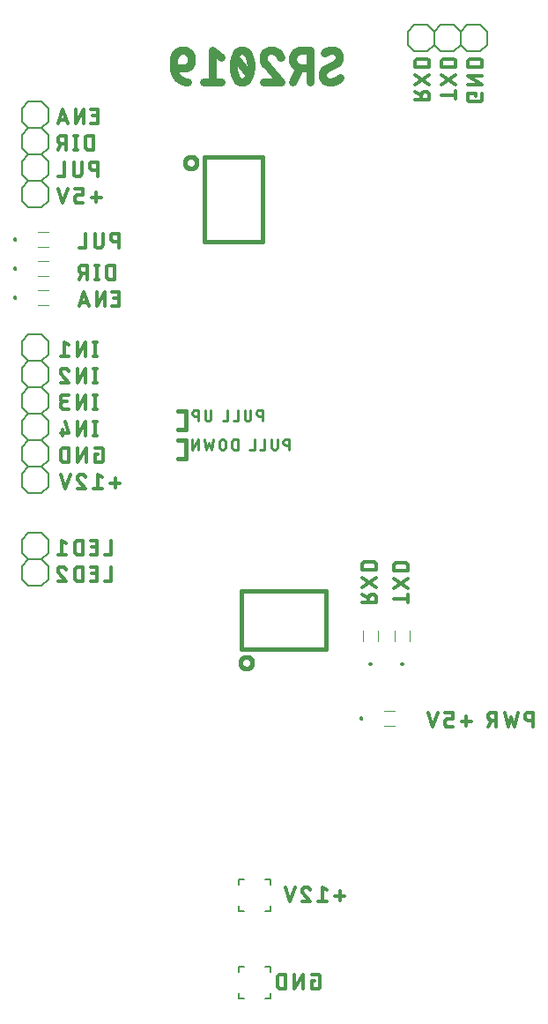
<source format=gbr>
G04 EAGLE Gerber RS-274X export*
G75*
%MOMM*%
%FSLAX34Y34*%
%LPD*%
%INSilkscreen Bottom*%
%IPPOS*%
%AMOC8*
5,1,8,0,0,1.08239X$1,22.5*%
G01*
%ADD10C,0.355600*%
%ADD11C,0.762000*%
%ADD12C,0.254000*%
%ADD13C,0.406400*%
%ADD14C,0.152400*%
%ADD15C,0.100000*%
%ADD16C,0.200000*%
%ADD17C,0.200000*%


D10*
X229374Y916178D02*
X235696Y916178D01*
X235696Y930402D01*
X229374Y930402D01*
X230954Y924080D02*
X235696Y924080D01*
X222203Y930402D02*
X222203Y916178D01*
X214301Y916178D02*
X222203Y930402D01*
X214301Y930402D02*
X214301Y916178D01*
X206841Y916178D02*
X202099Y930402D01*
X197358Y916178D01*
X198543Y919734D02*
X205655Y919734D01*
X231478Y905002D02*
X231478Y890778D01*
X231478Y905002D02*
X227527Y905002D01*
X227403Y905000D01*
X227279Y904994D01*
X227155Y904984D01*
X227032Y904971D01*
X226909Y904953D01*
X226787Y904932D01*
X226665Y904907D01*
X226544Y904878D01*
X226425Y904845D01*
X226306Y904809D01*
X226189Y904768D01*
X226073Y904725D01*
X225958Y904677D01*
X225845Y904626D01*
X225733Y904571D01*
X225624Y904513D01*
X225516Y904452D01*
X225410Y904387D01*
X225306Y904319D01*
X225205Y904247D01*
X225105Y904173D01*
X225009Y904095D01*
X224914Y904015D01*
X224822Y903931D01*
X224733Y903845D01*
X224647Y903756D01*
X224563Y903664D01*
X224483Y903569D01*
X224405Y903473D01*
X224331Y903373D01*
X224259Y903272D01*
X224191Y903168D01*
X224126Y903062D01*
X224065Y902954D01*
X224007Y902845D01*
X223952Y902733D01*
X223901Y902620D01*
X223853Y902505D01*
X223810Y902389D01*
X223769Y902272D01*
X223733Y902153D01*
X223700Y902034D01*
X223671Y901913D01*
X223646Y901791D01*
X223625Y901669D01*
X223607Y901546D01*
X223594Y901423D01*
X223584Y901299D01*
X223578Y901175D01*
X223576Y901051D01*
X223576Y894729D01*
X223578Y894605D01*
X223584Y894481D01*
X223594Y894357D01*
X223607Y894234D01*
X223625Y894111D01*
X223646Y893989D01*
X223671Y893867D01*
X223700Y893746D01*
X223733Y893627D01*
X223769Y893508D01*
X223810Y893391D01*
X223853Y893275D01*
X223901Y893160D01*
X223952Y893047D01*
X224007Y892935D01*
X224065Y892826D01*
X224126Y892718D01*
X224191Y892612D01*
X224259Y892508D01*
X224331Y892407D01*
X224405Y892307D01*
X224483Y892211D01*
X224563Y892116D01*
X224647Y892024D01*
X224733Y891935D01*
X224822Y891849D01*
X224914Y891765D01*
X225009Y891685D01*
X225105Y891607D01*
X225205Y891533D01*
X225306Y891461D01*
X225410Y891393D01*
X225516Y891328D01*
X225624Y891267D01*
X225733Y891209D01*
X225845Y891154D01*
X225958Y891103D01*
X226073Y891055D01*
X226189Y891012D01*
X226306Y890971D01*
X226425Y890935D01*
X226544Y890902D01*
X226665Y890873D01*
X226787Y890848D01*
X226909Y890827D01*
X227032Y890809D01*
X227155Y890796D01*
X227279Y890786D01*
X227403Y890780D01*
X227527Y890778D01*
X231478Y890778D01*
X214501Y890778D02*
X214501Y905002D01*
X216082Y890778D02*
X212921Y890778D01*
X212921Y905002D02*
X216082Y905002D01*
X205260Y905002D02*
X205260Y890778D01*
X205260Y905002D02*
X201309Y905002D01*
X201185Y905000D01*
X201061Y904994D01*
X200937Y904984D01*
X200814Y904971D01*
X200691Y904953D01*
X200569Y904932D01*
X200447Y904907D01*
X200326Y904878D01*
X200207Y904845D01*
X200088Y904809D01*
X199971Y904768D01*
X199855Y904725D01*
X199740Y904677D01*
X199627Y904626D01*
X199515Y904571D01*
X199406Y904513D01*
X199298Y904452D01*
X199192Y904387D01*
X199088Y904319D01*
X198987Y904247D01*
X198887Y904173D01*
X198791Y904095D01*
X198696Y904015D01*
X198604Y903931D01*
X198515Y903845D01*
X198429Y903756D01*
X198345Y903664D01*
X198265Y903569D01*
X198187Y903473D01*
X198113Y903373D01*
X198041Y903272D01*
X197973Y903168D01*
X197908Y903062D01*
X197847Y902954D01*
X197789Y902845D01*
X197734Y902733D01*
X197683Y902620D01*
X197635Y902505D01*
X197592Y902389D01*
X197551Y902272D01*
X197515Y902153D01*
X197482Y902034D01*
X197453Y901913D01*
X197428Y901791D01*
X197407Y901669D01*
X197389Y901546D01*
X197376Y901423D01*
X197366Y901299D01*
X197360Y901175D01*
X197358Y901051D01*
X197360Y900927D01*
X197366Y900803D01*
X197376Y900679D01*
X197389Y900556D01*
X197407Y900433D01*
X197428Y900311D01*
X197453Y900189D01*
X197482Y900068D01*
X197515Y899949D01*
X197551Y899830D01*
X197592Y899713D01*
X197635Y899597D01*
X197683Y899482D01*
X197734Y899369D01*
X197789Y899257D01*
X197847Y899148D01*
X197908Y899040D01*
X197973Y898934D01*
X198041Y898830D01*
X198113Y898729D01*
X198187Y898629D01*
X198265Y898533D01*
X198345Y898438D01*
X198429Y898346D01*
X198515Y898257D01*
X198604Y898171D01*
X198696Y898087D01*
X198791Y898007D01*
X198887Y897929D01*
X198987Y897855D01*
X199088Y897783D01*
X199192Y897715D01*
X199298Y897650D01*
X199406Y897589D01*
X199515Y897531D01*
X199627Y897476D01*
X199740Y897425D01*
X199855Y897377D01*
X199971Y897334D01*
X200088Y897293D01*
X200207Y897257D01*
X200326Y897224D01*
X200447Y897195D01*
X200569Y897170D01*
X200691Y897149D01*
X200814Y897131D01*
X200937Y897118D01*
X201061Y897108D01*
X201185Y897102D01*
X201309Y897100D01*
X205260Y897100D01*
X200519Y897100D02*
X197358Y890778D01*
X235656Y879602D02*
X235656Y865378D01*
X235656Y879602D02*
X231705Y879602D01*
X231581Y879600D01*
X231457Y879594D01*
X231333Y879584D01*
X231210Y879571D01*
X231087Y879553D01*
X230965Y879532D01*
X230843Y879507D01*
X230722Y879478D01*
X230603Y879445D01*
X230484Y879409D01*
X230367Y879368D01*
X230251Y879325D01*
X230136Y879277D01*
X230023Y879226D01*
X229911Y879171D01*
X229802Y879113D01*
X229694Y879052D01*
X229588Y878987D01*
X229484Y878919D01*
X229383Y878847D01*
X229283Y878773D01*
X229187Y878695D01*
X229092Y878615D01*
X229000Y878531D01*
X228911Y878445D01*
X228825Y878356D01*
X228741Y878264D01*
X228661Y878169D01*
X228583Y878073D01*
X228509Y877973D01*
X228437Y877872D01*
X228369Y877768D01*
X228304Y877662D01*
X228243Y877554D01*
X228185Y877445D01*
X228130Y877333D01*
X228079Y877220D01*
X228031Y877105D01*
X227988Y876989D01*
X227947Y876872D01*
X227911Y876753D01*
X227878Y876634D01*
X227849Y876513D01*
X227824Y876391D01*
X227803Y876269D01*
X227785Y876146D01*
X227772Y876023D01*
X227762Y875899D01*
X227756Y875775D01*
X227754Y875651D01*
X227756Y875527D01*
X227762Y875403D01*
X227772Y875279D01*
X227785Y875156D01*
X227803Y875033D01*
X227824Y874911D01*
X227849Y874789D01*
X227878Y874668D01*
X227911Y874549D01*
X227947Y874430D01*
X227988Y874313D01*
X228031Y874197D01*
X228079Y874082D01*
X228130Y873969D01*
X228185Y873857D01*
X228243Y873748D01*
X228304Y873640D01*
X228369Y873534D01*
X228437Y873430D01*
X228509Y873329D01*
X228583Y873229D01*
X228661Y873133D01*
X228741Y873038D01*
X228825Y872946D01*
X228911Y872857D01*
X229000Y872771D01*
X229092Y872687D01*
X229187Y872607D01*
X229283Y872529D01*
X229383Y872455D01*
X229484Y872383D01*
X229588Y872315D01*
X229694Y872250D01*
X229802Y872189D01*
X229911Y872131D01*
X230023Y872076D01*
X230136Y872025D01*
X230251Y871977D01*
X230367Y871934D01*
X230484Y871893D01*
X230603Y871857D01*
X230722Y871824D01*
X230843Y871795D01*
X230965Y871770D01*
X231087Y871749D01*
X231210Y871731D01*
X231333Y871718D01*
X231457Y871708D01*
X231581Y871702D01*
X231705Y871700D01*
X235656Y871700D01*
X220407Y869329D02*
X220407Y879602D01*
X220407Y869329D02*
X220405Y869205D01*
X220399Y869081D01*
X220389Y868957D01*
X220376Y868834D01*
X220358Y868711D01*
X220337Y868589D01*
X220312Y868467D01*
X220283Y868346D01*
X220250Y868227D01*
X220214Y868108D01*
X220173Y867991D01*
X220130Y867875D01*
X220082Y867760D01*
X220031Y867647D01*
X219976Y867535D01*
X219918Y867426D01*
X219857Y867318D01*
X219792Y867212D01*
X219724Y867108D01*
X219652Y867007D01*
X219578Y866907D01*
X219500Y866811D01*
X219420Y866716D01*
X219336Y866624D01*
X219250Y866535D01*
X219161Y866449D01*
X219069Y866365D01*
X218974Y866285D01*
X218878Y866207D01*
X218778Y866133D01*
X218677Y866061D01*
X218573Y865993D01*
X218467Y865928D01*
X218359Y865867D01*
X218250Y865809D01*
X218138Y865754D01*
X218025Y865703D01*
X217910Y865655D01*
X217794Y865612D01*
X217677Y865571D01*
X217558Y865535D01*
X217439Y865502D01*
X217318Y865473D01*
X217196Y865448D01*
X217074Y865427D01*
X216951Y865409D01*
X216828Y865396D01*
X216704Y865386D01*
X216580Y865380D01*
X216456Y865378D01*
X216332Y865380D01*
X216208Y865386D01*
X216084Y865396D01*
X215961Y865409D01*
X215838Y865427D01*
X215716Y865448D01*
X215594Y865473D01*
X215473Y865502D01*
X215354Y865535D01*
X215235Y865571D01*
X215118Y865612D01*
X215002Y865655D01*
X214887Y865703D01*
X214774Y865754D01*
X214662Y865809D01*
X214553Y865867D01*
X214445Y865928D01*
X214339Y865993D01*
X214235Y866061D01*
X214134Y866133D01*
X214034Y866207D01*
X213938Y866285D01*
X213843Y866365D01*
X213751Y866449D01*
X213662Y866535D01*
X213576Y866624D01*
X213492Y866716D01*
X213412Y866811D01*
X213334Y866907D01*
X213260Y867007D01*
X213188Y867108D01*
X213120Y867212D01*
X213055Y867318D01*
X212994Y867426D01*
X212936Y867535D01*
X212881Y867647D01*
X212830Y867760D01*
X212782Y867875D01*
X212739Y867991D01*
X212698Y868108D01*
X212662Y868227D01*
X212629Y868346D01*
X212600Y868467D01*
X212575Y868589D01*
X212554Y868711D01*
X212536Y868834D01*
X212523Y868957D01*
X212513Y869081D01*
X212507Y869205D01*
X212505Y869329D01*
X212505Y879602D01*
X203680Y879602D02*
X203680Y865378D01*
X197358Y865378D01*
X229663Y845510D02*
X239145Y845510D01*
X234404Y850251D02*
X234404Y840768D01*
X221682Y839978D02*
X216940Y839978D01*
X216830Y839980D01*
X216720Y839986D01*
X216610Y839995D01*
X216500Y840009D01*
X216391Y840026D01*
X216283Y840047D01*
X216175Y840072D01*
X216069Y840100D01*
X215963Y840133D01*
X215859Y840169D01*
X215756Y840208D01*
X215654Y840251D01*
X215554Y840298D01*
X215456Y840348D01*
X215360Y840401D01*
X215265Y840458D01*
X215172Y840518D01*
X215082Y840582D01*
X214994Y840648D01*
X214908Y840718D01*
X214825Y840790D01*
X214744Y840865D01*
X214666Y840943D01*
X214591Y841024D01*
X214519Y841107D01*
X214449Y841193D01*
X214383Y841281D01*
X214319Y841371D01*
X214259Y841464D01*
X214203Y841558D01*
X214149Y841655D01*
X214099Y841753D01*
X214052Y841853D01*
X214009Y841955D01*
X213970Y842058D01*
X213934Y842162D01*
X213901Y842268D01*
X213873Y842374D01*
X213848Y842482D01*
X213827Y842590D01*
X213810Y842699D01*
X213796Y842809D01*
X213787Y842918D01*
X213781Y843029D01*
X213779Y843139D01*
X213779Y844719D01*
X213781Y844829D01*
X213787Y844940D01*
X213796Y845049D01*
X213810Y845159D01*
X213827Y845268D01*
X213848Y845376D01*
X213873Y845484D01*
X213901Y845590D01*
X213934Y845696D01*
X213970Y845800D01*
X214009Y845903D01*
X214052Y846005D01*
X214099Y846105D01*
X214149Y846203D01*
X214202Y846300D01*
X214259Y846394D01*
X214319Y846487D01*
X214383Y846577D01*
X214449Y846665D01*
X214519Y846751D01*
X214591Y846834D01*
X214666Y846915D01*
X214744Y846993D01*
X214825Y847068D01*
X214908Y847140D01*
X214994Y847210D01*
X215082Y847276D01*
X215172Y847340D01*
X215265Y847400D01*
X215360Y847457D01*
X215456Y847510D01*
X215554Y847560D01*
X215654Y847607D01*
X215756Y847650D01*
X215859Y847689D01*
X215963Y847725D01*
X216069Y847758D01*
X216175Y847786D01*
X216283Y847811D01*
X216391Y847832D01*
X216500Y847849D01*
X216610Y847863D01*
X216720Y847872D01*
X216830Y847878D01*
X216940Y847880D01*
X221682Y847880D01*
X221682Y854202D01*
X213779Y854202D01*
X206841Y854202D02*
X202099Y839978D01*
X197358Y854202D01*
X233245Y598960D02*
X235615Y598960D01*
X233245Y598960D02*
X233245Y591058D01*
X237986Y591058D01*
X238096Y591060D01*
X238207Y591066D01*
X238316Y591075D01*
X238426Y591089D01*
X238535Y591106D01*
X238643Y591127D01*
X238751Y591152D01*
X238857Y591180D01*
X238963Y591213D01*
X239067Y591249D01*
X239170Y591288D01*
X239272Y591331D01*
X239372Y591378D01*
X239470Y591428D01*
X239566Y591481D01*
X239661Y591538D01*
X239754Y591598D01*
X239844Y591662D01*
X239932Y591728D01*
X240018Y591798D01*
X240101Y591870D01*
X240182Y591945D01*
X240260Y592023D01*
X240335Y592104D01*
X240407Y592187D01*
X240477Y592273D01*
X240543Y592361D01*
X240607Y592451D01*
X240667Y592544D01*
X240724Y592639D01*
X240777Y592735D01*
X240827Y592833D01*
X240874Y592933D01*
X240917Y593035D01*
X240956Y593138D01*
X240992Y593242D01*
X241025Y593348D01*
X241053Y593454D01*
X241078Y593562D01*
X241099Y593670D01*
X241116Y593779D01*
X241130Y593889D01*
X241139Y593998D01*
X241145Y594109D01*
X241147Y594219D01*
X241147Y602121D01*
X241145Y602231D01*
X241139Y602342D01*
X241130Y602451D01*
X241116Y602561D01*
X241099Y602670D01*
X241078Y602778D01*
X241053Y602886D01*
X241025Y602992D01*
X240992Y603098D01*
X240956Y603202D01*
X240917Y603305D01*
X240874Y603407D01*
X240827Y603507D01*
X240777Y603605D01*
X240724Y603702D01*
X240667Y603796D01*
X240607Y603889D01*
X240543Y603979D01*
X240477Y604067D01*
X240407Y604153D01*
X240335Y604236D01*
X240260Y604317D01*
X240182Y604395D01*
X240101Y604470D01*
X240018Y604542D01*
X239932Y604612D01*
X239844Y604678D01*
X239754Y604742D01*
X239661Y604802D01*
X239567Y604859D01*
X239470Y604912D01*
X239372Y604962D01*
X239272Y605009D01*
X239170Y605052D01*
X239067Y605091D01*
X238963Y605127D01*
X238857Y605160D01*
X238751Y605188D01*
X238643Y605213D01*
X238535Y605234D01*
X238426Y605251D01*
X238316Y605265D01*
X238207Y605274D01*
X238096Y605280D01*
X237986Y605282D01*
X233245Y605282D01*
X224474Y605282D02*
X224474Y591058D01*
X216571Y591058D02*
X224474Y605282D01*
X216571Y605282D02*
X216571Y591058D01*
X207800Y591058D02*
X207800Y605282D01*
X203849Y605282D01*
X203725Y605280D01*
X203601Y605274D01*
X203477Y605264D01*
X203354Y605251D01*
X203231Y605233D01*
X203109Y605212D01*
X202987Y605187D01*
X202866Y605158D01*
X202747Y605125D01*
X202628Y605089D01*
X202511Y605048D01*
X202395Y605005D01*
X202280Y604957D01*
X202167Y604906D01*
X202055Y604851D01*
X201946Y604793D01*
X201838Y604732D01*
X201732Y604667D01*
X201628Y604599D01*
X201527Y604527D01*
X201427Y604453D01*
X201331Y604375D01*
X201236Y604295D01*
X201144Y604211D01*
X201055Y604125D01*
X200969Y604036D01*
X200885Y603944D01*
X200805Y603849D01*
X200727Y603753D01*
X200653Y603653D01*
X200581Y603552D01*
X200513Y603448D01*
X200448Y603342D01*
X200387Y603234D01*
X200329Y603125D01*
X200274Y603013D01*
X200223Y602900D01*
X200175Y602785D01*
X200132Y602669D01*
X200091Y602552D01*
X200055Y602433D01*
X200022Y602314D01*
X199993Y602193D01*
X199968Y602071D01*
X199947Y601949D01*
X199929Y601826D01*
X199916Y601703D01*
X199906Y601579D01*
X199900Y601455D01*
X199898Y601331D01*
X199898Y595009D01*
X199900Y594885D01*
X199906Y594761D01*
X199916Y594637D01*
X199929Y594514D01*
X199947Y594391D01*
X199968Y594269D01*
X199993Y594147D01*
X200022Y594026D01*
X200055Y593907D01*
X200091Y593788D01*
X200132Y593671D01*
X200175Y593555D01*
X200223Y593440D01*
X200274Y593327D01*
X200329Y593215D01*
X200387Y593106D01*
X200448Y592998D01*
X200513Y592892D01*
X200581Y592788D01*
X200653Y592687D01*
X200727Y592587D01*
X200805Y592491D01*
X200885Y592396D01*
X200969Y592304D01*
X201055Y592215D01*
X201144Y592129D01*
X201236Y592045D01*
X201331Y591965D01*
X201427Y591887D01*
X201527Y591813D01*
X201628Y591741D01*
X201732Y591673D01*
X201838Y591608D01*
X201946Y591547D01*
X202055Y591489D01*
X202167Y591434D01*
X202280Y591383D01*
X202395Y591335D01*
X202511Y591292D01*
X202628Y591251D01*
X202747Y591215D01*
X202866Y591182D01*
X202987Y591153D01*
X203109Y591128D01*
X203231Y591107D01*
X203354Y591089D01*
X203477Y591076D01*
X203601Y591066D01*
X203725Y591060D01*
X203849Y591058D01*
X207800Y591058D01*
X247834Y571190D02*
X257316Y571190D01*
X252575Y575931D02*
X252575Y566448D01*
X239853Y576721D02*
X235902Y579882D01*
X235902Y565658D01*
X239853Y565658D02*
X231951Y565658D01*
X219875Y579882D02*
X219759Y579880D01*
X219642Y579874D01*
X219526Y579865D01*
X219411Y579852D01*
X219296Y579835D01*
X219181Y579814D01*
X219068Y579789D01*
X218955Y579761D01*
X218843Y579729D01*
X218732Y579693D01*
X218622Y579654D01*
X218514Y579611D01*
X218407Y579565D01*
X218302Y579515D01*
X218199Y579462D01*
X218097Y579406D01*
X217997Y579346D01*
X217899Y579283D01*
X217804Y579216D01*
X217710Y579147D01*
X217619Y579075D01*
X217530Y579000D01*
X217444Y578921D01*
X217361Y578840D01*
X217280Y578757D01*
X217201Y578671D01*
X217126Y578582D01*
X217054Y578491D01*
X216985Y578397D01*
X216918Y578302D01*
X216855Y578204D01*
X216795Y578104D01*
X216739Y578002D01*
X216686Y577899D01*
X216636Y577794D01*
X216590Y577687D01*
X216547Y577579D01*
X216508Y577469D01*
X216472Y577358D01*
X216440Y577246D01*
X216412Y577133D01*
X216387Y577020D01*
X216366Y576905D01*
X216349Y576790D01*
X216336Y576675D01*
X216327Y576559D01*
X216321Y576442D01*
X216319Y576326D01*
X219875Y579882D02*
X220009Y579880D01*
X220142Y579874D01*
X220275Y579864D01*
X220408Y579851D01*
X220541Y579833D01*
X220672Y579812D01*
X220804Y579787D01*
X220934Y579758D01*
X221064Y579725D01*
X221192Y579688D01*
X221319Y579648D01*
X221445Y579604D01*
X221570Y579556D01*
X221694Y579504D01*
X221815Y579449D01*
X221935Y579391D01*
X222054Y579329D01*
X222170Y579264D01*
X222285Y579195D01*
X222397Y579123D01*
X222507Y579047D01*
X222616Y578969D01*
X222721Y578887D01*
X222824Y578802D01*
X222925Y578714D01*
X223023Y578624D01*
X223119Y578530D01*
X223211Y578434D01*
X223301Y578335D01*
X223388Y578234D01*
X223472Y578130D01*
X223553Y578023D01*
X223630Y577915D01*
X223705Y577804D01*
X223776Y577691D01*
X223844Y577576D01*
X223908Y577458D01*
X223969Y577340D01*
X224027Y577219D01*
X224081Y577097D01*
X224131Y576973D01*
X224178Y576848D01*
X224221Y576721D01*
X217505Y573561D02*
X217420Y573644D01*
X217338Y573730D01*
X217259Y573818D01*
X217182Y573909D01*
X217108Y574002D01*
X217037Y574098D01*
X216969Y574196D01*
X216905Y574295D01*
X216843Y574397D01*
X216784Y574501D01*
X216729Y574606D01*
X216677Y574713D01*
X216629Y574822D01*
X216584Y574932D01*
X216542Y575043D01*
X216504Y575156D01*
X216469Y575269D01*
X216438Y575384D01*
X216410Y575500D01*
X216386Y575616D01*
X216366Y575734D01*
X216350Y575851D01*
X216337Y575970D01*
X216327Y576088D01*
X216322Y576207D01*
X216320Y576326D01*
X217505Y573560D02*
X224222Y565658D01*
X216319Y565658D01*
X204639Y565658D02*
X209381Y579882D01*
X199898Y579882D02*
X204639Y565658D01*
X233027Y616458D02*
X233027Y630682D01*
X234608Y616458D02*
X231447Y616458D01*
X231447Y630682D02*
X234608Y630682D01*
X223953Y630682D02*
X223953Y616458D01*
X216050Y616458D02*
X223953Y630682D01*
X216050Y630682D02*
X216050Y616458D01*
X207800Y619619D02*
X204639Y630682D01*
X207800Y619619D02*
X199898Y619619D01*
X202269Y622780D02*
X202269Y616458D01*
X233027Y641858D02*
X233027Y656082D01*
X234608Y641858D02*
X231447Y641858D01*
X231447Y656082D02*
X234608Y656082D01*
X223953Y656082D02*
X223953Y641858D01*
X216050Y641858D02*
X223953Y656082D01*
X216050Y656082D02*
X216050Y641858D01*
X207800Y641858D02*
X203849Y641858D01*
X203725Y641860D01*
X203601Y641866D01*
X203477Y641876D01*
X203354Y641889D01*
X203231Y641907D01*
X203109Y641928D01*
X202987Y641953D01*
X202866Y641982D01*
X202747Y642015D01*
X202628Y642051D01*
X202511Y642092D01*
X202395Y642135D01*
X202280Y642183D01*
X202167Y642234D01*
X202055Y642289D01*
X201946Y642347D01*
X201838Y642408D01*
X201732Y642473D01*
X201628Y642541D01*
X201527Y642613D01*
X201427Y642687D01*
X201331Y642765D01*
X201236Y642845D01*
X201144Y642929D01*
X201055Y643015D01*
X200969Y643104D01*
X200885Y643196D01*
X200805Y643291D01*
X200727Y643387D01*
X200653Y643487D01*
X200581Y643588D01*
X200513Y643692D01*
X200448Y643798D01*
X200387Y643906D01*
X200329Y644015D01*
X200274Y644127D01*
X200223Y644240D01*
X200175Y644355D01*
X200132Y644471D01*
X200091Y644588D01*
X200055Y644707D01*
X200022Y644826D01*
X199993Y644947D01*
X199968Y645069D01*
X199947Y645191D01*
X199929Y645314D01*
X199916Y645437D01*
X199906Y645561D01*
X199900Y645685D01*
X199898Y645809D01*
X199900Y645933D01*
X199906Y646057D01*
X199916Y646181D01*
X199929Y646304D01*
X199947Y646427D01*
X199968Y646549D01*
X199993Y646671D01*
X200022Y646792D01*
X200055Y646911D01*
X200091Y647030D01*
X200132Y647147D01*
X200175Y647263D01*
X200223Y647378D01*
X200274Y647491D01*
X200329Y647603D01*
X200387Y647712D01*
X200448Y647820D01*
X200513Y647926D01*
X200581Y648030D01*
X200653Y648131D01*
X200727Y648231D01*
X200805Y648327D01*
X200885Y648422D01*
X200969Y648514D01*
X201055Y648603D01*
X201144Y648689D01*
X201236Y648773D01*
X201331Y648853D01*
X201427Y648931D01*
X201527Y649005D01*
X201628Y649077D01*
X201732Y649145D01*
X201838Y649210D01*
X201946Y649271D01*
X202055Y649329D01*
X202167Y649384D01*
X202280Y649435D01*
X202395Y649483D01*
X202511Y649526D01*
X202628Y649567D01*
X202747Y649603D01*
X202866Y649636D01*
X202987Y649665D01*
X203109Y649690D01*
X203231Y649711D01*
X203354Y649729D01*
X203477Y649742D01*
X203601Y649752D01*
X203725Y649758D01*
X203849Y649760D01*
X203059Y656082D02*
X207800Y656082D01*
X203059Y656082D02*
X202947Y656080D01*
X202836Y656074D01*
X202725Y656064D01*
X202614Y656051D01*
X202504Y656033D01*
X202395Y656011D01*
X202286Y655986D01*
X202178Y655957D01*
X202072Y655924D01*
X201966Y655887D01*
X201862Y655847D01*
X201760Y655803D01*
X201659Y655755D01*
X201560Y655704D01*
X201462Y655649D01*
X201367Y655591D01*
X201274Y655530D01*
X201183Y655465D01*
X201094Y655397D01*
X201008Y655326D01*
X200925Y655253D01*
X200844Y655176D01*
X200765Y655096D01*
X200690Y655014D01*
X200618Y654929D01*
X200548Y654842D01*
X200482Y654752D01*
X200419Y654660D01*
X200359Y654565D01*
X200303Y654469D01*
X200250Y654371D01*
X200201Y654271D01*
X200155Y654169D01*
X200113Y654066D01*
X200074Y653961D01*
X200039Y653855D01*
X200008Y653748D01*
X199981Y653640D01*
X199957Y653531D01*
X199938Y653421D01*
X199922Y653311D01*
X199910Y653200D01*
X199902Y653088D01*
X199898Y652977D01*
X199898Y652865D01*
X199902Y652754D01*
X199910Y652642D01*
X199922Y652531D01*
X199938Y652421D01*
X199957Y652311D01*
X199981Y652202D01*
X200008Y652094D01*
X200039Y651987D01*
X200074Y651881D01*
X200113Y651776D01*
X200155Y651673D01*
X200201Y651571D01*
X200250Y651471D01*
X200303Y651373D01*
X200359Y651277D01*
X200419Y651182D01*
X200482Y651090D01*
X200548Y651000D01*
X200618Y650913D01*
X200690Y650828D01*
X200765Y650746D01*
X200844Y650666D01*
X200925Y650589D01*
X201008Y650516D01*
X201094Y650445D01*
X201183Y650377D01*
X201274Y650312D01*
X201367Y650251D01*
X201462Y650193D01*
X201560Y650138D01*
X201659Y650087D01*
X201760Y650039D01*
X201862Y649995D01*
X201966Y649955D01*
X202072Y649918D01*
X202178Y649885D01*
X202286Y649856D01*
X202395Y649831D01*
X202504Y649809D01*
X202614Y649791D01*
X202725Y649778D01*
X202836Y649768D01*
X202947Y649762D01*
X203059Y649760D01*
X206220Y649760D01*
X233027Y667258D02*
X233027Y681482D01*
X234608Y667258D02*
X231447Y667258D01*
X231447Y681482D02*
X234608Y681482D01*
X223953Y681482D02*
X223953Y667258D01*
X216050Y667258D02*
X223953Y681482D01*
X216050Y681482D02*
X216050Y667258D01*
X203454Y681482D02*
X203338Y681480D01*
X203221Y681474D01*
X203105Y681465D01*
X202990Y681452D01*
X202875Y681435D01*
X202760Y681414D01*
X202647Y681389D01*
X202534Y681361D01*
X202422Y681329D01*
X202311Y681293D01*
X202201Y681254D01*
X202093Y681211D01*
X201986Y681165D01*
X201881Y681115D01*
X201778Y681062D01*
X201676Y681006D01*
X201576Y680946D01*
X201478Y680883D01*
X201383Y680816D01*
X201289Y680747D01*
X201198Y680675D01*
X201109Y680600D01*
X201023Y680521D01*
X200940Y680440D01*
X200859Y680357D01*
X200780Y680271D01*
X200705Y680182D01*
X200633Y680091D01*
X200564Y679997D01*
X200497Y679902D01*
X200434Y679804D01*
X200374Y679704D01*
X200318Y679602D01*
X200265Y679499D01*
X200215Y679394D01*
X200169Y679287D01*
X200126Y679179D01*
X200087Y679069D01*
X200051Y678958D01*
X200019Y678846D01*
X199991Y678733D01*
X199966Y678620D01*
X199945Y678505D01*
X199928Y678390D01*
X199915Y678275D01*
X199906Y678159D01*
X199900Y678042D01*
X199898Y677926D01*
X203454Y681482D02*
X203588Y681480D01*
X203721Y681474D01*
X203854Y681464D01*
X203987Y681451D01*
X204120Y681433D01*
X204251Y681412D01*
X204383Y681387D01*
X204513Y681358D01*
X204643Y681325D01*
X204771Y681288D01*
X204898Y681248D01*
X205024Y681204D01*
X205149Y681156D01*
X205273Y681104D01*
X205394Y681049D01*
X205514Y680991D01*
X205633Y680929D01*
X205749Y680864D01*
X205864Y680795D01*
X205976Y680723D01*
X206086Y680647D01*
X206195Y680569D01*
X206300Y680487D01*
X206403Y680402D01*
X206504Y680314D01*
X206602Y680224D01*
X206698Y680130D01*
X206790Y680034D01*
X206880Y679935D01*
X206967Y679834D01*
X207051Y679730D01*
X207132Y679623D01*
X207209Y679515D01*
X207284Y679404D01*
X207355Y679291D01*
X207423Y679176D01*
X207487Y679058D01*
X207548Y678940D01*
X207606Y678819D01*
X207660Y678697D01*
X207710Y678573D01*
X207757Y678448D01*
X207800Y678321D01*
X201083Y675161D02*
X200998Y675244D01*
X200916Y675330D01*
X200837Y675418D01*
X200760Y675509D01*
X200686Y675602D01*
X200615Y675698D01*
X200547Y675796D01*
X200483Y675895D01*
X200421Y675997D01*
X200362Y676101D01*
X200307Y676206D01*
X200255Y676313D01*
X200207Y676422D01*
X200162Y676532D01*
X200120Y676643D01*
X200082Y676756D01*
X200047Y676869D01*
X200016Y676984D01*
X199988Y677100D01*
X199964Y677216D01*
X199944Y677334D01*
X199928Y677451D01*
X199915Y677570D01*
X199905Y677688D01*
X199900Y677807D01*
X199898Y677926D01*
X201083Y675160D02*
X207800Y667258D01*
X199898Y667258D01*
X233027Y692658D02*
X233027Y706882D01*
X234608Y692658D02*
X231447Y692658D01*
X231447Y706882D02*
X234608Y706882D01*
X223953Y706882D02*
X223953Y692658D01*
X216050Y692658D02*
X223953Y706882D01*
X216050Y706882D02*
X216050Y692658D01*
X207800Y703721D02*
X203849Y706882D01*
X203849Y692658D01*
X207800Y692658D02*
X199898Y692658D01*
X248453Y490982D02*
X248453Y476758D01*
X242131Y476758D01*
X234906Y476758D02*
X228584Y476758D01*
X234906Y476758D02*
X234906Y490982D01*
X228584Y490982D01*
X230164Y484660D02*
X234906Y484660D01*
X221413Y490982D02*
X221413Y476758D01*
X221413Y490982D02*
X217461Y490982D01*
X217337Y490980D01*
X217213Y490974D01*
X217089Y490964D01*
X216966Y490951D01*
X216843Y490933D01*
X216721Y490912D01*
X216599Y490887D01*
X216478Y490858D01*
X216359Y490825D01*
X216240Y490789D01*
X216123Y490748D01*
X216007Y490705D01*
X215892Y490657D01*
X215779Y490606D01*
X215667Y490551D01*
X215558Y490493D01*
X215450Y490432D01*
X215344Y490367D01*
X215240Y490299D01*
X215139Y490227D01*
X215039Y490153D01*
X214943Y490075D01*
X214848Y489995D01*
X214756Y489911D01*
X214667Y489825D01*
X214581Y489736D01*
X214497Y489644D01*
X214417Y489549D01*
X214339Y489453D01*
X214265Y489353D01*
X214193Y489252D01*
X214125Y489148D01*
X214060Y489042D01*
X213999Y488934D01*
X213941Y488825D01*
X213886Y488713D01*
X213835Y488600D01*
X213787Y488485D01*
X213744Y488369D01*
X213703Y488252D01*
X213667Y488133D01*
X213634Y488014D01*
X213605Y487893D01*
X213580Y487771D01*
X213559Y487649D01*
X213541Y487526D01*
X213528Y487403D01*
X213518Y487279D01*
X213512Y487155D01*
X213510Y487031D01*
X213510Y480709D01*
X213512Y480585D01*
X213518Y480461D01*
X213528Y480337D01*
X213541Y480214D01*
X213559Y480091D01*
X213580Y479969D01*
X213605Y479847D01*
X213634Y479726D01*
X213667Y479607D01*
X213703Y479488D01*
X213744Y479371D01*
X213787Y479255D01*
X213835Y479140D01*
X213886Y479027D01*
X213941Y478915D01*
X213999Y478806D01*
X214060Y478698D01*
X214125Y478592D01*
X214193Y478488D01*
X214265Y478387D01*
X214339Y478287D01*
X214417Y478191D01*
X214497Y478096D01*
X214581Y478004D01*
X214667Y477915D01*
X214756Y477829D01*
X214848Y477745D01*
X214943Y477665D01*
X215039Y477587D01*
X215139Y477513D01*
X215240Y477441D01*
X215344Y477373D01*
X215450Y477308D01*
X215558Y477247D01*
X215667Y477189D01*
X215779Y477134D01*
X215892Y477083D01*
X216007Y477035D01*
X216123Y476992D01*
X216240Y476951D01*
X216359Y476915D01*
X216478Y476882D01*
X216599Y476853D01*
X216721Y476828D01*
X216843Y476807D01*
X216966Y476789D01*
X217089Y476776D01*
X217213Y476766D01*
X217337Y476760D01*
X217461Y476758D01*
X221413Y476758D01*
X200914Y490982D02*
X200798Y490980D01*
X200681Y490974D01*
X200565Y490965D01*
X200450Y490952D01*
X200335Y490935D01*
X200220Y490914D01*
X200107Y490889D01*
X199994Y490861D01*
X199882Y490829D01*
X199771Y490793D01*
X199661Y490754D01*
X199553Y490711D01*
X199446Y490665D01*
X199341Y490615D01*
X199238Y490562D01*
X199136Y490506D01*
X199036Y490446D01*
X198938Y490383D01*
X198843Y490316D01*
X198749Y490247D01*
X198658Y490175D01*
X198569Y490100D01*
X198483Y490021D01*
X198400Y489940D01*
X198319Y489857D01*
X198240Y489771D01*
X198165Y489682D01*
X198093Y489591D01*
X198024Y489497D01*
X197957Y489402D01*
X197894Y489304D01*
X197834Y489204D01*
X197778Y489102D01*
X197725Y488999D01*
X197675Y488894D01*
X197629Y488787D01*
X197586Y488679D01*
X197547Y488569D01*
X197511Y488458D01*
X197479Y488346D01*
X197451Y488233D01*
X197426Y488120D01*
X197405Y488005D01*
X197388Y487890D01*
X197375Y487775D01*
X197366Y487659D01*
X197360Y487542D01*
X197358Y487426D01*
X200914Y490982D02*
X201048Y490980D01*
X201181Y490974D01*
X201314Y490964D01*
X201447Y490951D01*
X201580Y490933D01*
X201711Y490912D01*
X201843Y490887D01*
X201973Y490858D01*
X202103Y490825D01*
X202231Y490788D01*
X202358Y490748D01*
X202484Y490704D01*
X202609Y490656D01*
X202733Y490604D01*
X202854Y490549D01*
X202974Y490491D01*
X203093Y490429D01*
X203209Y490364D01*
X203324Y490295D01*
X203436Y490223D01*
X203546Y490147D01*
X203655Y490069D01*
X203760Y489987D01*
X203863Y489902D01*
X203964Y489814D01*
X204062Y489724D01*
X204158Y489630D01*
X204250Y489534D01*
X204340Y489435D01*
X204427Y489334D01*
X204511Y489230D01*
X204592Y489123D01*
X204669Y489015D01*
X204744Y488904D01*
X204815Y488791D01*
X204883Y488676D01*
X204947Y488558D01*
X205008Y488440D01*
X205066Y488319D01*
X205120Y488197D01*
X205170Y488073D01*
X205217Y487948D01*
X205260Y487821D01*
X198543Y484661D02*
X198458Y484744D01*
X198376Y484830D01*
X198297Y484918D01*
X198220Y485009D01*
X198146Y485102D01*
X198075Y485198D01*
X198007Y485296D01*
X197943Y485395D01*
X197881Y485497D01*
X197822Y485601D01*
X197767Y485706D01*
X197715Y485813D01*
X197667Y485922D01*
X197622Y486032D01*
X197580Y486143D01*
X197542Y486256D01*
X197507Y486369D01*
X197476Y486484D01*
X197448Y486600D01*
X197424Y486716D01*
X197404Y486834D01*
X197388Y486951D01*
X197375Y487070D01*
X197365Y487188D01*
X197360Y487307D01*
X197358Y487426D01*
X198543Y484660D02*
X205260Y476758D01*
X197358Y476758D01*
X248453Y502158D02*
X248453Y516382D01*
X248453Y502158D02*
X242131Y502158D01*
X234906Y502158D02*
X228584Y502158D01*
X234906Y502158D02*
X234906Y516382D01*
X228584Y516382D01*
X230164Y510060D02*
X234906Y510060D01*
X221413Y516382D02*
X221413Y502158D01*
X221413Y516382D02*
X217461Y516382D01*
X217337Y516380D01*
X217213Y516374D01*
X217089Y516364D01*
X216966Y516351D01*
X216843Y516333D01*
X216721Y516312D01*
X216599Y516287D01*
X216478Y516258D01*
X216359Y516225D01*
X216240Y516189D01*
X216123Y516148D01*
X216007Y516105D01*
X215892Y516057D01*
X215779Y516006D01*
X215667Y515951D01*
X215558Y515893D01*
X215450Y515832D01*
X215344Y515767D01*
X215240Y515699D01*
X215139Y515627D01*
X215039Y515553D01*
X214943Y515475D01*
X214848Y515395D01*
X214756Y515311D01*
X214667Y515225D01*
X214581Y515136D01*
X214497Y515044D01*
X214417Y514949D01*
X214339Y514853D01*
X214265Y514753D01*
X214193Y514652D01*
X214125Y514548D01*
X214060Y514442D01*
X213999Y514334D01*
X213941Y514225D01*
X213886Y514113D01*
X213835Y514000D01*
X213787Y513885D01*
X213744Y513769D01*
X213703Y513652D01*
X213667Y513533D01*
X213634Y513414D01*
X213605Y513293D01*
X213580Y513171D01*
X213559Y513049D01*
X213541Y512926D01*
X213528Y512803D01*
X213518Y512679D01*
X213512Y512555D01*
X213510Y512431D01*
X213510Y506109D01*
X213512Y505985D01*
X213518Y505861D01*
X213528Y505737D01*
X213541Y505614D01*
X213559Y505491D01*
X213580Y505369D01*
X213605Y505247D01*
X213634Y505126D01*
X213667Y505007D01*
X213703Y504888D01*
X213744Y504771D01*
X213787Y504655D01*
X213835Y504540D01*
X213886Y504427D01*
X213941Y504315D01*
X213999Y504206D01*
X214060Y504098D01*
X214125Y503992D01*
X214193Y503888D01*
X214265Y503787D01*
X214339Y503687D01*
X214417Y503591D01*
X214497Y503496D01*
X214581Y503404D01*
X214667Y503315D01*
X214756Y503229D01*
X214848Y503145D01*
X214943Y503065D01*
X215039Y502987D01*
X215139Y502913D01*
X215240Y502841D01*
X215344Y502773D01*
X215450Y502708D01*
X215558Y502647D01*
X215667Y502589D01*
X215779Y502534D01*
X215892Y502483D01*
X216007Y502435D01*
X216123Y502392D01*
X216240Y502351D01*
X216359Y502315D01*
X216478Y502282D01*
X216599Y502253D01*
X216721Y502228D01*
X216843Y502207D01*
X216966Y502189D01*
X217089Y502176D01*
X217213Y502166D01*
X217337Y502160D01*
X217461Y502158D01*
X221413Y502158D01*
X205260Y513221D02*
X201309Y516382D01*
X201309Y502158D01*
X205260Y502158D02*
X197358Y502158D01*
X441525Y93500D02*
X443895Y93500D01*
X441525Y93500D02*
X441525Y85598D01*
X446266Y85598D01*
X446376Y85600D01*
X446487Y85606D01*
X446596Y85615D01*
X446706Y85629D01*
X446815Y85646D01*
X446923Y85667D01*
X447031Y85692D01*
X447137Y85720D01*
X447243Y85753D01*
X447347Y85789D01*
X447450Y85828D01*
X447552Y85871D01*
X447652Y85918D01*
X447750Y85968D01*
X447847Y86021D01*
X447941Y86078D01*
X448034Y86138D01*
X448124Y86202D01*
X448212Y86268D01*
X448298Y86338D01*
X448381Y86410D01*
X448462Y86485D01*
X448540Y86563D01*
X448615Y86644D01*
X448687Y86727D01*
X448757Y86813D01*
X448823Y86901D01*
X448887Y86991D01*
X448947Y87084D01*
X449004Y87178D01*
X449057Y87275D01*
X449107Y87373D01*
X449154Y87473D01*
X449197Y87575D01*
X449236Y87678D01*
X449272Y87782D01*
X449305Y87888D01*
X449333Y87994D01*
X449358Y88102D01*
X449379Y88210D01*
X449396Y88319D01*
X449410Y88429D01*
X449419Y88538D01*
X449425Y88649D01*
X449427Y88759D01*
X449427Y96661D01*
X449425Y96771D01*
X449419Y96882D01*
X449410Y96991D01*
X449396Y97101D01*
X449379Y97210D01*
X449358Y97318D01*
X449333Y97426D01*
X449305Y97532D01*
X449272Y97638D01*
X449236Y97742D01*
X449197Y97845D01*
X449154Y97947D01*
X449107Y98047D01*
X449057Y98145D01*
X449004Y98242D01*
X448947Y98336D01*
X448887Y98429D01*
X448823Y98519D01*
X448757Y98607D01*
X448687Y98693D01*
X448615Y98776D01*
X448540Y98857D01*
X448462Y98935D01*
X448381Y99010D01*
X448298Y99082D01*
X448212Y99152D01*
X448124Y99218D01*
X448034Y99282D01*
X447941Y99342D01*
X447847Y99399D01*
X447750Y99452D01*
X447652Y99502D01*
X447552Y99549D01*
X447450Y99592D01*
X447347Y99631D01*
X447243Y99667D01*
X447137Y99700D01*
X447031Y99728D01*
X446923Y99753D01*
X446815Y99774D01*
X446706Y99791D01*
X446596Y99805D01*
X446487Y99814D01*
X446376Y99820D01*
X446266Y99822D01*
X441525Y99822D01*
X432754Y99822D02*
X432754Y85598D01*
X424851Y85598D02*
X432754Y99822D01*
X424851Y99822D02*
X424851Y85598D01*
X416080Y85598D02*
X416080Y99822D01*
X412129Y99822D01*
X412005Y99820D01*
X411881Y99814D01*
X411757Y99804D01*
X411634Y99791D01*
X411511Y99773D01*
X411389Y99752D01*
X411267Y99727D01*
X411146Y99698D01*
X411027Y99665D01*
X410908Y99629D01*
X410791Y99588D01*
X410675Y99545D01*
X410560Y99497D01*
X410447Y99446D01*
X410335Y99391D01*
X410226Y99333D01*
X410118Y99272D01*
X410012Y99207D01*
X409908Y99139D01*
X409807Y99067D01*
X409707Y98993D01*
X409611Y98915D01*
X409516Y98835D01*
X409424Y98751D01*
X409335Y98665D01*
X409249Y98576D01*
X409165Y98484D01*
X409085Y98389D01*
X409007Y98293D01*
X408933Y98193D01*
X408861Y98092D01*
X408793Y97988D01*
X408728Y97882D01*
X408667Y97774D01*
X408609Y97665D01*
X408554Y97553D01*
X408503Y97440D01*
X408455Y97325D01*
X408412Y97209D01*
X408371Y97092D01*
X408335Y96973D01*
X408302Y96854D01*
X408273Y96733D01*
X408248Y96611D01*
X408227Y96489D01*
X408209Y96366D01*
X408196Y96243D01*
X408186Y96119D01*
X408180Y95995D01*
X408178Y95871D01*
X408178Y89549D01*
X408180Y89425D01*
X408186Y89301D01*
X408196Y89177D01*
X408209Y89054D01*
X408227Y88931D01*
X408248Y88809D01*
X408273Y88687D01*
X408302Y88566D01*
X408335Y88447D01*
X408371Y88328D01*
X408412Y88211D01*
X408455Y88095D01*
X408503Y87980D01*
X408554Y87867D01*
X408609Y87755D01*
X408667Y87646D01*
X408728Y87538D01*
X408793Y87432D01*
X408861Y87328D01*
X408933Y87227D01*
X409007Y87127D01*
X409085Y87031D01*
X409165Y86936D01*
X409249Y86844D01*
X409335Y86755D01*
X409424Y86669D01*
X409516Y86585D01*
X409611Y86505D01*
X409707Y86427D01*
X409807Y86353D01*
X409908Y86281D01*
X410012Y86213D01*
X410118Y86148D01*
X410226Y86087D01*
X410335Y86029D01*
X410447Y85974D01*
X410560Y85923D01*
X410675Y85875D01*
X410791Y85832D01*
X410908Y85791D01*
X411027Y85755D01*
X411146Y85722D01*
X411267Y85693D01*
X411389Y85668D01*
X411511Y85647D01*
X411634Y85629D01*
X411757Y85616D01*
X411881Y85606D01*
X412005Y85600D01*
X412129Y85598D01*
X416080Y85598D01*
X463734Y174950D02*
X473216Y174950D01*
X468475Y179691D02*
X468475Y170208D01*
X455753Y180481D02*
X451802Y183642D01*
X451802Y169418D01*
X455753Y169418D02*
X447851Y169418D01*
X435775Y183642D02*
X435659Y183640D01*
X435542Y183634D01*
X435426Y183625D01*
X435311Y183612D01*
X435196Y183595D01*
X435081Y183574D01*
X434968Y183549D01*
X434855Y183521D01*
X434743Y183489D01*
X434632Y183453D01*
X434522Y183414D01*
X434414Y183371D01*
X434307Y183325D01*
X434202Y183275D01*
X434099Y183222D01*
X433997Y183166D01*
X433897Y183106D01*
X433799Y183043D01*
X433704Y182976D01*
X433610Y182907D01*
X433519Y182835D01*
X433430Y182760D01*
X433344Y182681D01*
X433261Y182600D01*
X433180Y182517D01*
X433101Y182431D01*
X433026Y182342D01*
X432954Y182251D01*
X432885Y182157D01*
X432818Y182062D01*
X432755Y181964D01*
X432695Y181864D01*
X432639Y181762D01*
X432586Y181659D01*
X432536Y181554D01*
X432490Y181447D01*
X432447Y181339D01*
X432408Y181229D01*
X432372Y181118D01*
X432340Y181006D01*
X432312Y180893D01*
X432287Y180780D01*
X432266Y180665D01*
X432249Y180550D01*
X432236Y180435D01*
X432227Y180319D01*
X432221Y180202D01*
X432219Y180086D01*
X435775Y183642D02*
X435909Y183640D01*
X436042Y183634D01*
X436175Y183624D01*
X436308Y183611D01*
X436441Y183593D01*
X436572Y183572D01*
X436704Y183547D01*
X436834Y183518D01*
X436964Y183485D01*
X437092Y183448D01*
X437219Y183408D01*
X437345Y183364D01*
X437470Y183316D01*
X437594Y183264D01*
X437715Y183209D01*
X437835Y183151D01*
X437954Y183089D01*
X438070Y183024D01*
X438185Y182955D01*
X438297Y182883D01*
X438407Y182807D01*
X438516Y182729D01*
X438621Y182647D01*
X438724Y182562D01*
X438825Y182474D01*
X438923Y182384D01*
X439019Y182290D01*
X439111Y182194D01*
X439201Y182095D01*
X439288Y181994D01*
X439372Y181890D01*
X439453Y181783D01*
X439530Y181675D01*
X439605Y181564D01*
X439676Y181451D01*
X439744Y181336D01*
X439808Y181218D01*
X439869Y181100D01*
X439927Y180979D01*
X439981Y180857D01*
X440031Y180733D01*
X440078Y180608D01*
X440121Y180481D01*
X433405Y177321D02*
X433320Y177404D01*
X433238Y177490D01*
X433159Y177578D01*
X433082Y177669D01*
X433008Y177762D01*
X432937Y177858D01*
X432869Y177956D01*
X432805Y178055D01*
X432743Y178157D01*
X432684Y178261D01*
X432629Y178366D01*
X432577Y178473D01*
X432529Y178582D01*
X432484Y178692D01*
X432442Y178803D01*
X432404Y178916D01*
X432369Y179029D01*
X432338Y179144D01*
X432310Y179260D01*
X432286Y179376D01*
X432266Y179494D01*
X432250Y179611D01*
X432237Y179730D01*
X432227Y179848D01*
X432222Y179967D01*
X432220Y180086D01*
X433405Y177320D02*
X440122Y169418D01*
X432219Y169418D01*
X420539Y169418D02*
X425281Y183642D01*
X415798Y183642D02*
X420539Y169418D01*
D11*
X458470Y956310D02*
X458306Y956312D01*
X458143Y956318D01*
X457979Y956328D01*
X457816Y956342D01*
X457654Y956359D01*
X457491Y956381D01*
X457330Y956407D01*
X457169Y956436D01*
X457008Y956470D01*
X456849Y956507D01*
X456691Y956548D01*
X456533Y956593D01*
X456377Y956641D01*
X456222Y956694D01*
X456068Y956750D01*
X455916Y956810D01*
X455765Y956874D01*
X455616Y956941D01*
X455468Y957012D01*
X455322Y957086D01*
X455178Y957164D01*
X455036Y957245D01*
X454896Y957330D01*
X454758Y957418D01*
X454622Y957509D01*
X454489Y957604D01*
X454358Y957701D01*
X454229Y957802D01*
X454102Y957906D01*
X453979Y958013D01*
X453857Y958123D01*
X453739Y958236D01*
X453623Y958352D01*
X453510Y958470D01*
X453400Y958592D01*
X453293Y958715D01*
X453189Y958842D01*
X453088Y958971D01*
X452991Y959102D01*
X452896Y959235D01*
X452805Y959371D01*
X452717Y959509D01*
X452632Y959649D01*
X452551Y959791D01*
X452473Y959935D01*
X452399Y960081D01*
X452328Y960229D01*
X452261Y960378D01*
X452197Y960529D01*
X452137Y960681D01*
X452081Y960835D01*
X452028Y960990D01*
X451980Y961146D01*
X451935Y961304D01*
X451894Y961462D01*
X451857Y961621D01*
X451823Y961782D01*
X451794Y961943D01*
X451768Y962104D01*
X451746Y962267D01*
X451729Y962429D01*
X451715Y962592D01*
X451705Y962756D01*
X451699Y962919D01*
X451697Y963083D01*
X458470Y956310D02*
X458812Y956314D01*
X459154Y956326D01*
X459496Y956347D01*
X459837Y956375D01*
X460178Y956412D01*
X460517Y956457D01*
X460855Y956510D01*
X461192Y956571D01*
X461528Y956640D01*
X461861Y956718D01*
X462193Y956803D01*
X462522Y956896D01*
X462849Y956997D01*
X463174Y957105D01*
X463496Y957222D01*
X463815Y957346D01*
X464131Y957477D01*
X464444Y957617D01*
X464753Y957763D01*
X465059Y957917D01*
X465361Y958079D01*
X465659Y958247D01*
X465953Y958423D01*
X466243Y958605D01*
X466528Y958794D01*
X466808Y958991D01*
X467084Y959193D01*
X467355Y959403D01*
X467621Y959619D01*
X467881Y959841D01*
X468137Y960069D01*
X468386Y960303D01*
X468630Y960543D01*
X467783Y980017D02*
X467781Y980181D01*
X467775Y980344D01*
X467765Y980508D01*
X467751Y980671D01*
X467734Y980833D01*
X467712Y980996D01*
X467686Y981157D01*
X467657Y981318D01*
X467623Y981479D01*
X467586Y981638D01*
X467545Y981796D01*
X467500Y981954D01*
X467452Y982110D01*
X467399Y982265D01*
X467343Y982419D01*
X467283Y982571D01*
X467219Y982722D01*
X467152Y982871D01*
X467081Y983019D01*
X467007Y983165D01*
X466929Y983309D01*
X466848Y983451D01*
X466763Y983591D01*
X466675Y983729D01*
X466584Y983865D01*
X466489Y983998D01*
X466392Y984129D01*
X466291Y984258D01*
X466187Y984385D01*
X466080Y984508D01*
X465970Y984630D01*
X465857Y984748D01*
X465741Y984864D01*
X465623Y984977D01*
X465501Y985087D01*
X465378Y985194D01*
X465251Y985298D01*
X465122Y985399D01*
X464991Y985496D01*
X464858Y985591D01*
X464722Y985682D01*
X464584Y985770D01*
X464444Y985855D01*
X464302Y985936D01*
X464158Y986014D01*
X464012Y986088D01*
X463864Y986159D01*
X463715Y986226D01*
X463564Y986290D01*
X463412Y986350D01*
X463258Y986406D01*
X463103Y986459D01*
X462947Y986507D01*
X462789Y986552D01*
X462631Y986593D01*
X462472Y986630D01*
X462311Y986664D01*
X462150Y986693D01*
X461989Y986719D01*
X461826Y986741D01*
X461664Y986758D01*
X461501Y986772D01*
X461337Y986782D01*
X461174Y986788D01*
X461010Y986790D01*
X460707Y986786D01*
X460405Y986776D01*
X460103Y986758D01*
X459801Y986732D01*
X459500Y986700D01*
X459200Y986660D01*
X458901Y986614D01*
X458603Y986560D01*
X458307Y986499D01*
X458012Y986431D01*
X457718Y986356D01*
X457427Y986274D01*
X457138Y986185D01*
X456851Y986090D01*
X456566Y985987D01*
X456284Y985878D01*
X456004Y985762D01*
X455727Y985639D01*
X455454Y985510D01*
X455183Y985374D01*
X454916Y985232D01*
X454652Y985084D01*
X454392Y984929D01*
X454135Y984768D01*
X453883Y984602D01*
X453634Y984429D01*
X453390Y984250D01*
X464396Y974090D02*
X464539Y974177D01*
X464678Y974266D01*
X464816Y974359D01*
X464952Y974455D01*
X465085Y974554D01*
X465215Y974657D01*
X465344Y974762D01*
X465469Y974871D01*
X465592Y974983D01*
X465712Y975098D01*
X465830Y975215D01*
X465944Y975335D01*
X466056Y975458D01*
X466164Y975584D01*
X466270Y975712D01*
X466372Y975843D01*
X466471Y975977D01*
X466567Y976112D01*
X466660Y976250D01*
X466749Y976390D01*
X466835Y976532D01*
X466917Y976676D01*
X466996Y976823D01*
X467072Y976971D01*
X467143Y977120D01*
X467212Y977272D01*
X467276Y977425D01*
X467337Y977580D01*
X467394Y977736D01*
X467447Y977893D01*
X467496Y978052D01*
X467542Y978211D01*
X467583Y978372D01*
X467621Y978534D01*
X467655Y978696D01*
X467685Y978860D01*
X467711Y979024D01*
X467733Y979189D01*
X467751Y979354D01*
X467765Y979519D01*
X467775Y979685D01*
X467781Y979851D01*
X467783Y980017D01*
X455084Y969010D02*
X454941Y968923D01*
X454802Y968834D01*
X454664Y968741D01*
X454528Y968645D01*
X454395Y968546D01*
X454265Y968443D01*
X454136Y968338D01*
X454011Y968229D01*
X453888Y968117D01*
X453768Y968002D01*
X453650Y967885D01*
X453536Y967765D01*
X453424Y967642D01*
X453316Y967516D01*
X453210Y967388D01*
X453108Y967257D01*
X453009Y967124D01*
X452913Y966988D01*
X452820Y966850D01*
X452731Y966710D01*
X452645Y966568D01*
X452563Y966424D01*
X452484Y966277D01*
X452408Y966129D01*
X452337Y965980D01*
X452268Y965828D01*
X452204Y965675D01*
X452143Y965520D01*
X452086Y965364D01*
X452033Y965207D01*
X451984Y965048D01*
X451938Y964889D01*
X451897Y964728D01*
X451859Y964566D01*
X451825Y964404D01*
X451795Y964240D01*
X451769Y964076D01*
X451747Y963911D01*
X451729Y963746D01*
X451715Y963581D01*
X451705Y963415D01*
X451699Y963249D01*
X451697Y963083D01*
X455083Y969010D02*
X464397Y974090D01*
X439904Y986790D02*
X439904Y956310D01*
X439904Y986790D02*
X431437Y986790D01*
X431231Y986787D01*
X431025Y986780D01*
X430819Y986767D01*
X430614Y986750D01*
X430409Y986727D01*
X430204Y986700D01*
X430001Y986667D01*
X429798Y986630D01*
X429596Y986587D01*
X429395Y986540D01*
X429196Y986488D01*
X428998Y986431D01*
X428801Y986369D01*
X428606Y986303D01*
X428412Y986231D01*
X428221Y986155D01*
X428031Y986075D01*
X427843Y985989D01*
X427658Y985900D01*
X427474Y985805D01*
X427293Y985707D01*
X427115Y985604D01*
X426939Y985496D01*
X426765Y985384D01*
X426595Y985269D01*
X426427Y985149D01*
X426262Y985025D01*
X426101Y984897D01*
X425942Y984765D01*
X425787Y984629D01*
X425635Y984490D01*
X425486Y984346D01*
X425342Y984200D01*
X425200Y984050D01*
X425063Y983896D01*
X424929Y983739D01*
X424799Y983579D01*
X424673Y983416D01*
X424551Y983250D01*
X424433Y983080D01*
X424319Y982908D01*
X424210Y982734D01*
X424104Y982557D01*
X424003Y982377D01*
X423907Y982194D01*
X423815Y982010D01*
X423727Y981823D01*
X423644Y981634D01*
X423566Y981444D01*
X423492Y981251D01*
X423423Y981057D01*
X423359Y980861D01*
X423300Y980663D01*
X423245Y980465D01*
X423196Y980264D01*
X423151Y980063D01*
X423111Y979861D01*
X423076Y979658D01*
X423046Y979454D01*
X423021Y979249D01*
X423001Y979044D01*
X422986Y978838D01*
X422976Y978632D01*
X422971Y978426D01*
X422971Y978220D01*
X422976Y978014D01*
X422986Y977808D01*
X423001Y977602D01*
X423021Y977397D01*
X423046Y977192D01*
X423076Y976988D01*
X423111Y976785D01*
X423151Y976583D01*
X423196Y976382D01*
X423245Y976181D01*
X423300Y975983D01*
X423359Y975785D01*
X423423Y975589D01*
X423492Y975395D01*
X423566Y975202D01*
X423644Y975012D01*
X423727Y974823D01*
X423815Y974636D01*
X423907Y974452D01*
X424003Y974269D01*
X424104Y974090D01*
X424210Y973912D01*
X424319Y973738D01*
X424433Y973566D01*
X424551Y973396D01*
X424673Y973230D01*
X424799Y973067D01*
X424929Y972907D01*
X425063Y972750D01*
X425200Y972596D01*
X425342Y972446D01*
X425486Y972300D01*
X425635Y972156D01*
X425787Y972017D01*
X425942Y971881D01*
X426101Y971749D01*
X426262Y971621D01*
X426427Y971497D01*
X426595Y971377D01*
X426765Y971262D01*
X426939Y971150D01*
X427115Y971042D01*
X427293Y970939D01*
X427474Y970841D01*
X427658Y970746D01*
X427843Y970657D01*
X428031Y970571D01*
X428221Y970491D01*
X428412Y970415D01*
X428606Y970343D01*
X428801Y970277D01*
X428998Y970215D01*
X429196Y970158D01*
X429395Y970106D01*
X429596Y970059D01*
X429798Y970016D01*
X430001Y969979D01*
X430204Y969946D01*
X430409Y969919D01*
X430614Y969896D01*
X430819Y969879D01*
X431025Y969866D01*
X431231Y969859D01*
X431437Y969856D01*
X431437Y969857D02*
X439904Y969857D01*
X429744Y969857D02*
X422971Y956310D01*
X394547Y979170D02*
X394549Y979354D01*
X394556Y979538D01*
X394567Y979722D01*
X394583Y979905D01*
X394603Y980088D01*
X394627Y980271D01*
X394656Y980453D01*
X394689Y980634D01*
X394727Y980814D01*
X394768Y980994D01*
X394815Y981172D01*
X394865Y981349D01*
X394920Y981525D01*
X394979Y981699D01*
X395042Y981872D01*
X395110Y982043D01*
X395181Y982213D01*
X395257Y982381D01*
X395336Y982547D01*
X395420Y982711D01*
X395507Y982873D01*
X395599Y983033D01*
X395694Y983191D01*
X395793Y983346D01*
X395896Y983499D01*
X396002Y983649D01*
X396112Y983797D01*
X396226Y983942D01*
X396343Y984084D01*
X396463Y984223D01*
X396587Y984359D01*
X396714Y984493D01*
X396844Y984623D01*
X396978Y984750D01*
X397114Y984874D01*
X397253Y984994D01*
X397395Y985111D01*
X397540Y985225D01*
X397688Y985335D01*
X397838Y985441D01*
X397991Y985544D01*
X398146Y985643D01*
X398304Y985738D01*
X398464Y985830D01*
X398626Y985917D01*
X398790Y986001D01*
X398956Y986080D01*
X399124Y986156D01*
X399294Y986227D01*
X399465Y986295D01*
X399638Y986358D01*
X399812Y986417D01*
X399988Y986472D01*
X400165Y986522D01*
X400343Y986569D01*
X400523Y986610D01*
X400703Y986648D01*
X400884Y986681D01*
X401066Y986710D01*
X401249Y986734D01*
X401432Y986754D01*
X401615Y986770D01*
X401799Y986781D01*
X401983Y986788D01*
X402167Y986790D01*
X402404Y986787D01*
X402640Y986779D01*
X402877Y986764D01*
X403113Y986744D01*
X403348Y986719D01*
X403583Y986687D01*
X403816Y986650D01*
X404049Y986607D01*
X404281Y986559D01*
X404512Y986505D01*
X404741Y986446D01*
X404968Y986381D01*
X405195Y986310D01*
X405419Y986234D01*
X405641Y986153D01*
X405861Y986066D01*
X406080Y985974D01*
X406295Y985877D01*
X406509Y985775D01*
X406720Y985667D01*
X406928Y985554D01*
X407134Y985437D01*
X407336Y985314D01*
X407536Y985187D01*
X407732Y985054D01*
X407925Y984918D01*
X408115Y984776D01*
X408301Y984630D01*
X408484Y984479D01*
X408663Y984324D01*
X408838Y984165D01*
X409010Y984002D01*
X409177Y983834D01*
X409340Y983663D01*
X409499Y983487D01*
X409654Y983308D01*
X409804Y983125D01*
X409950Y982939D01*
X410091Y982749D01*
X410228Y982555D01*
X410360Y982359D01*
X410487Y982159D01*
X410610Y981956D01*
X410727Y981751D01*
X410839Y981542D01*
X410947Y981331D01*
X411049Y981118D01*
X411146Y980902D01*
X411238Y980684D01*
X411324Y980463D01*
X411405Y980241D01*
X411481Y980016D01*
X397086Y973243D02*
X396942Y973383D01*
X396802Y973527D01*
X396666Y973674D01*
X396532Y973825D01*
X396403Y973978D01*
X396278Y974135D01*
X396156Y974295D01*
X396038Y974458D01*
X395925Y974623D01*
X395815Y974792D01*
X395710Y974963D01*
X395609Y975136D01*
X395512Y975312D01*
X395420Y975491D01*
X395332Y975671D01*
X395248Y975854D01*
X395169Y976038D01*
X395094Y976225D01*
X395024Y976413D01*
X394959Y976603D01*
X394898Y976794D01*
X394842Y976987D01*
X394791Y977182D01*
X394745Y977377D01*
X394703Y977573D01*
X394666Y977771D01*
X394635Y977969D01*
X394608Y978168D01*
X394585Y978368D01*
X394568Y978568D01*
X394556Y978768D01*
X394548Y978969D01*
X394546Y979170D01*
X397087Y973243D02*
X411480Y956310D01*
X394547Y956310D01*
X382905Y971550D02*
X382898Y972150D01*
X382876Y972749D01*
X382841Y973347D01*
X382791Y973945D01*
X382726Y974541D01*
X382648Y975136D01*
X382555Y975728D01*
X382448Y976318D01*
X382327Y976905D01*
X382193Y977490D01*
X382044Y978071D01*
X381881Y978648D01*
X381705Y979221D01*
X381515Y979790D01*
X381312Y980354D01*
X381095Y980913D01*
X380865Y981467D01*
X380621Y982015D01*
X380365Y982557D01*
X380364Y982557D02*
X380312Y982703D01*
X380256Y982848D01*
X380197Y982992D01*
X380134Y983134D01*
X380067Y983275D01*
X379997Y983413D01*
X379924Y983550D01*
X379847Y983686D01*
X379767Y983819D01*
X379684Y983950D01*
X379597Y984079D01*
X379508Y984206D01*
X379415Y984331D01*
X379319Y984453D01*
X379220Y984573D01*
X379118Y984690D01*
X379013Y984805D01*
X378906Y984917D01*
X378795Y985027D01*
X378682Y985133D01*
X378567Y985237D01*
X378448Y985338D01*
X378328Y985436D01*
X378205Y985531D01*
X378079Y985623D01*
X377952Y985712D01*
X377822Y985797D01*
X377690Y985880D01*
X377556Y985959D01*
X377421Y986034D01*
X377283Y986107D01*
X377144Y986176D01*
X377003Y986241D01*
X376860Y986303D01*
X376716Y986361D01*
X376571Y986416D01*
X376424Y986467D01*
X376276Y986514D01*
X376127Y986558D01*
X375976Y986598D01*
X375825Y986634D01*
X375673Y986667D01*
X375521Y986696D01*
X375367Y986721D01*
X375213Y986742D01*
X375059Y986759D01*
X374904Y986773D01*
X374749Y986782D01*
X374593Y986788D01*
X374438Y986790D01*
X374283Y986788D01*
X374127Y986782D01*
X373972Y986773D01*
X373817Y986759D01*
X373663Y986742D01*
X373509Y986721D01*
X373355Y986696D01*
X373203Y986667D01*
X373051Y986634D01*
X372900Y986598D01*
X372749Y986558D01*
X372600Y986514D01*
X372452Y986467D01*
X372305Y986416D01*
X372160Y986361D01*
X372016Y986303D01*
X371873Y986241D01*
X371732Y986176D01*
X371593Y986107D01*
X371455Y986034D01*
X371320Y985959D01*
X371186Y985880D01*
X371054Y985797D01*
X370924Y985712D01*
X370797Y985623D01*
X370671Y985531D01*
X370548Y985436D01*
X370428Y985338D01*
X370309Y985237D01*
X370194Y985133D01*
X370081Y985027D01*
X369970Y984917D01*
X369863Y984805D01*
X369758Y984690D01*
X369656Y984573D01*
X369557Y984453D01*
X369461Y984331D01*
X369368Y984206D01*
X369279Y984079D01*
X369192Y983950D01*
X369109Y983819D01*
X369029Y983686D01*
X368952Y983550D01*
X368879Y983413D01*
X368809Y983275D01*
X368742Y983134D01*
X368679Y982992D01*
X368620Y982848D01*
X368564Y982703D01*
X368512Y982557D01*
X368511Y982557D02*
X368255Y982015D01*
X368011Y981467D01*
X367781Y980913D01*
X367564Y980354D01*
X367361Y979790D01*
X367171Y979221D01*
X366995Y978648D01*
X366832Y978071D01*
X366683Y977490D01*
X366549Y976905D01*
X366428Y976318D01*
X366321Y975728D01*
X366228Y975136D01*
X366150Y974541D01*
X366085Y973945D01*
X366035Y973347D01*
X366000Y972749D01*
X365978Y972150D01*
X365971Y971550D01*
X382905Y971550D02*
X382898Y970950D01*
X382876Y970351D01*
X382841Y969753D01*
X382791Y969155D01*
X382726Y968559D01*
X382648Y967964D01*
X382555Y967372D01*
X382448Y966782D01*
X382327Y966195D01*
X382193Y965610D01*
X382044Y965029D01*
X381881Y964452D01*
X381705Y963879D01*
X381515Y963310D01*
X381312Y962746D01*
X381095Y962187D01*
X380865Y961633D01*
X380621Y961085D01*
X380365Y960543D01*
X380364Y960543D02*
X380312Y960397D01*
X380256Y960252D01*
X380197Y960108D01*
X380134Y959966D01*
X380067Y959825D01*
X379997Y959687D01*
X379924Y959550D01*
X379847Y959414D01*
X379767Y959281D01*
X379684Y959150D01*
X379597Y959021D01*
X379508Y958894D01*
X379415Y958769D01*
X379319Y958647D01*
X379220Y958527D01*
X379118Y958410D01*
X379013Y958295D01*
X378906Y958183D01*
X378795Y958073D01*
X378682Y957967D01*
X378567Y957863D01*
X378448Y957762D01*
X378328Y957664D01*
X378205Y957569D01*
X378079Y957477D01*
X377952Y957388D01*
X377822Y957303D01*
X377690Y957220D01*
X377556Y957141D01*
X377421Y957066D01*
X377283Y956993D01*
X377144Y956924D01*
X377003Y956859D01*
X376860Y956797D01*
X376716Y956739D01*
X376571Y956684D01*
X376424Y956633D01*
X376276Y956586D01*
X376127Y956542D01*
X375976Y956502D01*
X375825Y956466D01*
X375673Y956433D01*
X375521Y956404D01*
X375367Y956379D01*
X375213Y956358D01*
X375059Y956341D01*
X374904Y956327D01*
X374749Y956318D01*
X374593Y956312D01*
X374438Y956310D01*
X368512Y960543D02*
X368256Y961085D01*
X368012Y961633D01*
X367782Y962187D01*
X367565Y962746D01*
X367362Y963310D01*
X367172Y963879D01*
X366996Y964452D01*
X366833Y965029D01*
X366684Y965610D01*
X366550Y966195D01*
X366429Y966782D01*
X366322Y967372D01*
X366229Y967964D01*
X366151Y968559D01*
X366086Y969155D01*
X366036Y969753D01*
X366001Y970351D01*
X365979Y970950D01*
X365972Y971550D01*
X368512Y960543D02*
X368564Y960397D01*
X368620Y960252D01*
X368679Y960108D01*
X368742Y959966D01*
X368809Y959825D01*
X368879Y959687D01*
X368952Y959550D01*
X369029Y959414D01*
X369109Y959281D01*
X369192Y959150D01*
X369279Y959021D01*
X369368Y958894D01*
X369461Y958769D01*
X369557Y958647D01*
X369656Y958527D01*
X369758Y958410D01*
X369863Y958295D01*
X369970Y958183D01*
X370081Y958073D01*
X370194Y957967D01*
X370309Y957863D01*
X370428Y957762D01*
X370548Y957664D01*
X370671Y957569D01*
X370797Y957477D01*
X370924Y957388D01*
X371054Y957303D01*
X371186Y957220D01*
X371320Y957141D01*
X371455Y957066D01*
X371593Y956993D01*
X371732Y956924D01*
X371873Y956859D01*
X372016Y956797D01*
X372160Y956739D01*
X372305Y956684D01*
X372452Y956633D01*
X372600Y956586D01*
X372749Y956542D01*
X372900Y956502D01*
X373051Y956466D01*
X373203Y956433D01*
X373355Y956404D01*
X373509Y956379D01*
X373663Y956358D01*
X373817Y956341D01*
X373972Y956327D01*
X374127Y956318D01*
X374283Y956312D01*
X374438Y956310D01*
X381212Y963083D02*
X367665Y980017D01*
X354330Y980017D02*
X345863Y986790D01*
X345863Y956310D01*
X337397Y956310D02*
X354330Y956310D01*
X318982Y969857D02*
X308822Y969857D01*
X318982Y969857D02*
X319146Y969859D01*
X319309Y969865D01*
X319473Y969875D01*
X319636Y969889D01*
X319798Y969906D01*
X319961Y969928D01*
X320122Y969954D01*
X320283Y969983D01*
X320444Y970017D01*
X320603Y970054D01*
X320761Y970095D01*
X320919Y970140D01*
X321075Y970188D01*
X321230Y970241D01*
X321384Y970297D01*
X321536Y970357D01*
X321687Y970421D01*
X321836Y970488D01*
X321984Y970559D01*
X322130Y970633D01*
X322274Y970711D01*
X322416Y970792D01*
X322556Y970877D01*
X322694Y970965D01*
X322830Y971056D01*
X322963Y971151D01*
X323094Y971248D01*
X323223Y971349D01*
X323350Y971453D01*
X323473Y971560D01*
X323595Y971670D01*
X323713Y971783D01*
X323829Y971899D01*
X323942Y972017D01*
X324052Y972139D01*
X324159Y972262D01*
X324263Y972389D01*
X324364Y972518D01*
X324461Y972649D01*
X324556Y972783D01*
X324647Y972918D01*
X324735Y973056D01*
X324820Y973196D01*
X324901Y973338D01*
X324979Y973482D01*
X325054Y973628D01*
X325124Y973776D01*
X325191Y973925D01*
X325255Y974076D01*
X325315Y974228D01*
X325371Y974382D01*
X325424Y974537D01*
X325472Y974693D01*
X325517Y974851D01*
X325558Y975009D01*
X325595Y975169D01*
X325629Y975329D01*
X325658Y975490D01*
X325684Y975651D01*
X325706Y975814D01*
X325723Y975976D01*
X325737Y976139D01*
X325747Y976303D01*
X325753Y976466D01*
X325755Y976630D01*
X325755Y978323D01*
X325752Y978529D01*
X325745Y978735D01*
X325732Y978941D01*
X325715Y979146D01*
X325692Y979351D01*
X325665Y979556D01*
X325632Y979759D01*
X325595Y979962D01*
X325552Y980164D01*
X325505Y980365D01*
X325453Y980564D01*
X325396Y980762D01*
X325334Y980959D01*
X325268Y981154D01*
X325196Y981348D01*
X325120Y981539D01*
X325040Y981729D01*
X324954Y981917D01*
X324865Y982102D01*
X324770Y982286D01*
X324672Y982467D01*
X324569Y982645D01*
X324461Y982821D01*
X324349Y982995D01*
X324234Y983165D01*
X324114Y983333D01*
X323990Y983498D01*
X323862Y983659D01*
X323730Y983818D01*
X323594Y983973D01*
X323455Y984125D01*
X323311Y984274D01*
X323165Y984418D01*
X323015Y984560D01*
X322861Y984697D01*
X322704Y984831D01*
X322544Y984961D01*
X322381Y985087D01*
X322215Y985209D01*
X322045Y985327D01*
X321873Y985441D01*
X321699Y985550D01*
X321522Y985656D01*
X321342Y985757D01*
X321159Y985853D01*
X320975Y985945D01*
X320788Y986033D01*
X320599Y986116D01*
X320409Y986194D01*
X320216Y986268D01*
X320022Y986337D01*
X319826Y986401D01*
X319628Y986460D01*
X319430Y986515D01*
X319229Y986564D01*
X319028Y986609D01*
X318826Y986649D01*
X318623Y986684D01*
X318419Y986714D01*
X318214Y986739D01*
X318009Y986759D01*
X317803Y986774D01*
X317597Y986784D01*
X317391Y986789D01*
X317185Y986789D01*
X316979Y986784D01*
X316773Y986774D01*
X316567Y986759D01*
X316362Y986739D01*
X316157Y986714D01*
X315953Y986684D01*
X315750Y986649D01*
X315548Y986609D01*
X315347Y986564D01*
X315146Y986515D01*
X314948Y986460D01*
X314750Y986401D01*
X314554Y986337D01*
X314360Y986268D01*
X314167Y986194D01*
X313977Y986116D01*
X313788Y986033D01*
X313601Y985945D01*
X313417Y985853D01*
X313234Y985757D01*
X313055Y985656D01*
X312877Y985550D01*
X312703Y985441D01*
X312531Y985327D01*
X312361Y985209D01*
X312195Y985087D01*
X312032Y984961D01*
X311872Y984831D01*
X311715Y984697D01*
X311561Y984560D01*
X311411Y984418D01*
X311265Y984274D01*
X311121Y984125D01*
X310982Y983973D01*
X310846Y983818D01*
X310714Y983659D01*
X310586Y983498D01*
X310462Y983333D01*
X310342Y983165D01*
X310227Y982995D01*
X310115Y982821D01*
X310007Y982645D01*
X309904Y982467D01*
X309806Y982286D01*
X309711Y982102D01*
X309622Y981917D01*
X309536Y981729D01*
X309456Y981539D01*
X309380Y981348D01*
X309308Y981154D01*
X309242Y980959D01*
X309180Y980762D01*
X309123Y980564D01*
X309071Y980365D01*
X309024Y980164D01*
X308981Y979962D01*
X308944Y979759D01*
X308911Y979556D01*
X308884Y979351D01*
X308861Y979146D01*
X308844Y978941D01*
X308831Y978735D01*
X308824Y978529D01*
X308821Y978323D01*
X308822Y978323D02*
X308822Y969857D01*
X308821Y969857D02*
X308825Y969530D01*
X308837Y969202D01*
X308857Y968876D01*
X308884Y968550D01*
X308920Y968224D01*
X308963Y967900D01*
X309014Y967576D01*
X309073Y967254D01*
X309140Y966934D01*
X309215Y966615D01*
X309297Y966298D01*
X309387Y965983D01*
X309484Y965671D01*
X309589Y965361D01*
X309701Y965053D01*
X309821Y964748D01*
X309948Y964447D01*
X310083Y964148D01*
X310224Y963853D01*
X310373Y963561D01*
X310528Y963273D01*
X310691Y962989D01*
X310860Y962709D01*
X311036Y962433D01*
X311219Y962161D01*
X311408Y961894D01*
X311604Y961632D01*
X311806Y961374D01*
X312014Y961121D01*
X312228Y960874D01*
X312448Y960631D01*
X312674Y960394D01*
X312905Y960163D01*
X313142Y959937D01*
X313385Y959717D01*
X313632Y959503D01*
X313885Y959295D01*
X314143Y959093D01*
X314405Y958897D01*
X314672Y958708D01*
X314944Y958525D01*
X315220Y958349D01*
X315500Y958180D01*
X315784Y958017D01*
X316072Y957862D01*
X316364Y957713D01*
X316659Y957572D01*
X316958Y957437D01*
X317259Y957310D01*
X317564Y957190D01*
X317872Y957078D01*
X318182Y956973D01*
X318494Y956876D01*
X318809Y956786D01*
X319126Y956704D01*
X319445Y956629D01*
X319765Y956562D01*
X320087Y956503D01*
X320411Y956452D01*
X320735Y956409D01*
X321061Y956373D01*
X321387Y956346D01*
X321713Y956326D01*
X322041Y956314D01*
X322368Y956310D01*
D12*
X393756Y641350D02*
X393756Y631190D01*
X393756Y641350D02*
X390934Y641350D01*
X390828Y641348D01*
X390723Y641342D01*
X390618Y641332D01*
X390513Y641318D01*
X390409Y641301D01*
X390306Y641279D01*
X390204Y641254D01*
X390102Y641225D01*
X390002Y641192D01*
X389903Y641155D01*
X389806Y641115D01*
X389710Y641071D01*
X389615Y641023D01*
X389523Y640972D01*
X389433Y640917D01*
X389344Y640860D01*
X389258Y640799D01*
X389175Y640734D01*
X389093Y640667D01*
X389015Y640597D01*
X388939Y640523D01*
X388865Y640447D01*
X388795Y640369D01*
X388728Y640287D01*
X388663Y640204D01*
X388602Y640118D01*
X388545Y640029D01*
X388490Y639939D01*
X388439Y639847D01*
X388391Y639752D01*
X388347Y639656D01*
X388307Y639559D01*
X388270Y639460D01*
X388237Y639360D01*
X388208Y639258D01*
X388183Y639156D01*
X388161Y639053D01*
X388144Y638949D01*
X388130Y638844D01*
X388120Y638739D01*
X388114Y638634D01*
X388112Y638528D01*
X388114Y638422D01*
X388120Y638317D01*
X388130Y638212D01*
X388144Y638107D01*
X388161Y638003D01*
X388183Y637900D01*
X388208Y637798D01*
X388237Y637696D01*
X388270Y637596D01*
X388307Y637497D01*
X388347Y637400D01*
X388391Y637304D01*
X388439Y637209D01*
X388490Y637117D01*
X388545Y637027D01*
X388602Y636938D01*
X388663Y636852D01*
X388728Y636769D01*
X388795Y636687D01*
X388865Y636609D01*
X388939Y636533D01*
X389015Y636459D01*
X389093Y636389D01*
X389175Y636322D01*
X389258Y636257D01*
X389344Y636196D01*
X389433Y636139D01*
X389523Y636084D01*
X389615Y636033D01*
X389710Y635985D01*
X389806Y635941D01*
X389903Y635901D01*
X390002Y635864D01*
X390102Y635831D01*
X390204Y635802D01*
X390306Y635777D01*
X390409Y635755D01*
X390513Y635738D01*
X390618Y635724D01*
X390723Y635714D01*
X390828Y635708D01*
X390934Y635706D01*
X393756Y635706D01*
X382623Y634012D02*
X382623Y641350D01*
X382622Y634012D02*
X382620Y633906D01*
X382614Y633801D01*
X382604Y633696D01*
X382590Y633591D01*
X382573Y633487D01*
X382551Y633384D01*
X382526Y633282D01*
X382497Y633180D01*
X382464Y633080D01*
X382427Y632981D01*
X382387Y632884D01*
X382343Y632788D01*
X382295Y632693D01*
X382244Y632601D01*
X382189Y632511D01*
X382132Y632422D01*
X382071Y632336D01*
X382006Y632253D01*
X381939Y632171D01*
X381869Y632093D01*
X381795Y632017D01*
X381719Y631943D01*
X381641Y631873D01*
X381559Y631806D01*
X381476Y631741D01*
X381390Y631680D01*
X381301Y631623D01*
X381211Y631568D01*
X381119Y631517D01*
X381024Y631469D01*
X380928Y631425D01*
X380831Y631385D01*
X380732Y631348D01*
X380632Y631315D01*
X380530Y631286D01*
X380428Y631261D01*
X380325Y631239D01*
X380221Y631222D01*
X380116Y631208D01*
X380011Y631198D01*
X379906Y631192D01*
X379800Y631190D01*
X379694Y631192D01*
X379589Y631198D01*
X379484Y631208D01*
X379379Y631222D01*
X379275Y631239D01*
X379172Y631261D01*
X379070Y631286D01*
X378968Y631315D01*
X378868Y631348D01*
X378769Y631385D01*
X378672Y631425D01*
X378576Y631469D01*
X378481Y631517D01*
X378389Y631568D01*
X378299Y631623D01*
X378210Y631680D01*
X378124Y631741D01*
X378041Y631806D01*
X377959Y631873D01*
X377881Y631943D01*
X377805Y632017D01*
X377731Y632093D01*
X377661Y632171D01*
X377594Y632253D01*
X377529Y632336D01*
X377468Y632422D01*
X377411Y632511D01*
X377356Y632601D01*
X377305Y632693D01*
X377257Y632788D01*
X377213Y632884D01*
X377173Y632981D01*
X377136Y633080D01*
X377103Y633180D01*
X377074Y633282D01*
X377049Y633384D01*
X377027Y633487D01*
X377010Y633591D01*
X376996Y633696D01*
X376986Y633801D01*
X376980Y633906D01*
X376978Y634012D01*
X376978Y641350D01*
X370391Y641350D02*
X370391Y631190D01*
X365876Y631190D01*
X360485Y631190D02*
X360485Y641350D01*
X360485Y631190D02*
X355970Y631190D01*
X344523Y634012D02*
X344523Y641350D01*
X344523Y634012D02*
X344521Y633906D01*
X344515Y633801D01*
X344505Y633696D01*
X344491Y633591D01*
X344474Y633487D01*
X344452Y633384D01*
X344427Y633282D01*
X344398Y633180D01*
X344365Y633080D01*
X344328Y632981D01*
X344288Y632884D01*
X344244Y632788D01*
X344196Y632693D01*
X344145Y632601D01*
X344090Y632511D01*
X344033Y632422D01*
X343972Y632336D01*
X343907Y632253D01*
X343840Y632171D01*
X343770Y632093D01*
X343696Y632017D01*
X343620Y631943D01*
X343542Y631873D01*
X343460Y631806D01*
X343377Y631741D01*
X343291Y631680D01*
X343202Y631623D01*
X343112Y631568D01*
X343020Y631517D01*
X342925Y631469D01*
X342829Y631425D01*
X342732Y631385D01*
X342633Y631348D01*
X342533Y631315D01*
X342431Y631286D01*
X342329Y631261D01*
X342226Y631239D01*
X342122Y631222D01*
X342017Y631208D01*
X341912Y631198D01*
X341807Y631192D01*
X341701Y631190D01*
X341595Y631192D01*
X341490Y631198D01*
X341385Y631208D01*
X341280Y631222D01*
X341176Y631239D01*
X341073Y631261D01*
X340971Y631286D01*
X340869Y631315D01*
X340769Y631348D01*
X340670Y631385D01*
X340573Y631425D01*
X340477Y631469D01*
X340382Y631517D01*
X340290Y631568D01*
X340200Y631623D01*
X340111Y631680D01*
X340025Y631741D01*
X339942Y631806D01*
X339860Y631873D01*
X339782Y631943D01*
X339706Y632017D01*
X339632Y632093D01*
X339562Y632171D01*
X339495Y632253D01*
X339430Y632336D01*
X339369Y632422D01*
X339312Y632511D01*
X339257Y632601D01*
X339206Y632693D01*
X339158Y632788D01*
X339114Y632884D01*
X339074Y632981D01*
X339037Y633080D01*
X339004Y633180D01*
X338975Y633282D01*
X338950Y633384D01*
X338928Y633487D01*
X338911Y633591D01*
X338897Y633696D01*
X338887Y633801D01*
X338881Y633906D01*
X338879Y634012D01*
X338878Y634012D02*
X338878Y641350D01*
X332034Y641350D02*
X332034Y631190D01*
X332034Y641350D02*
X329212Y641350D01*
X329106Y641348D01*
X329001Y641342D01*
X328896Y641332D01*
X328791Y641318D01*
X328687Y641301D01*
X328584Y641279D01*
X328482Y641254D01*
X328380Y641225D01*
X328280Y641192D01*
X328181Y641155D01*
X328084Y641115D01*
X327988Y641071D01*
X327893Y641023D01*
X327801Y640972D01*
X327711Y640917D01*
X327622Y640860D01*
X327536Y640799D01*
X327453Y640734D01*
X327371Y640667D01*
X327293Y640597D01*
X327217Y640523D01*
X327143Y640447D01*
X327073Y640369D01*
X327006Y640287D01*
X326941Y640204D01*
X326880Y640118D01*
X326823Y640029D01*
X326768Y639939D01*
X326717Y639847D01*
X326669Y639752D01*
X326625Y639656D01*
X326585Y639559D01*
X326548Y639460D01*
X326515Y639360D01*
X326486Y639258D01*
X326461Y639156D01*
X326439Y639053D01*
X326422Y638949D01*
X326408Y638844D01*
X326398Y638739D01*
X326392Y638634D01*
X326390Y638528D01*
X326392Y638422D01*
X326398Y638317D01*
X326408Y638212D01*
X326422Y638107D01*
X326439Y638003D01*
X326461Y637900D01*
X326486Y637798D01*
X326515Y637696D01*
X326548Y637596D01*
X326585Y637497D01*
X326625Y637400D01*
X326669Y637304D01*
X326717Y637209D01*
X326768Y637117D01*
X326823Y637027D01*
X326880Y636938D01*
X326941Y636852D01*
X327006Y636769D01*
X327073Y636687D01*
X327143Y636609D01*
X327217Y636533D01*
X327293Y636459D01*
X327371Y636389D01*
X327453Y636322D01*
X327536Y636257D01*
X327622Y636196D01*
X327711Y636139D01*
X327801Y636084D01*
X327893Y636033D01*
X327988Y635985D01*
X328084Y635941D01*
X328181Y635901D01*
X328280Y635864D01*
X328380Y635831D01*
X328482Y635802D01*
X328584Y635777D01*
X328687Y635755D01*
X328791Y635738D01*
X328896Y635724D01*
X329001Y635714D01*
X329106Y635708D01*
X329212Y635706D01*
X332034Y635706D01*
X419368Y613410D02*
X419368Y603250D01*
X419368Y613410D02*
X416546Y613410D01*
X416440Y613408D01*
X416335Y613402D01*
X416230Y613392D01*
X416125Y613378D01*
X416021Y613361D01*
X415918Y613339D01*
X415816Y613314D01*
X415714Y613285D01*
X415614Y613252D01*
X415515Y613215D01*
X415418Y613175D01*
X415322Y613131D01*
X415227Y613083D01*
X415135Y613032D01*
X415045Y612977D01*
X414956Y612920D01*
X414870Y612859D01*
X414787Y612794D01*
X414705Y612727D01*
X414627Y612657D01*
X414551Y612583D01*
X414477Y612507D01*
X414407Y612429D01*
X414340Y612347D01*
X414275Y612264D01*
X414214Y612178D01*
X414157Y612089D01*
X414102Y611999D01*
X414051Y611907D01*
X414003Y611812D01*
X413959Y611716D01*
X413919Y611619D01*
X413882Y611520D01*
X413849Y611420D01*
X413820Y611318D01*
X413795Y611216D01*
X413773Y611113D01*
X413756Y611009D01*
X413742Y610904D01*
X413732Y610799D01*
X413726Y610694D01*
X413724Y610588D01*
X413726Y610482D01*
X413732Y610377D01*
X413742Y610272D01*
X413756Y610167D01*
X413773Y610063D01*
X413795Y609960D01*
X413820Y609858D01*
X413849Y609756D01*
X413882Y609656D01*
X413919Y609557D01*
X413959Y609460D01*
X414003Y609364D01*
X414051Y609269D01*
X414102Y609177D01*
X414157Y609087D01*
X414214Y608998D01*
X414275Y608912D01*
X414340Y608829D01*
X414407Y608747D01*
X414477Y608669D01*
X414551Y608593D01*
X414627Y608519D01*
X414705Y608449D01*
X414787Y608382D01*
X414870Y608317D01*
X414956Y608256D01*
X415045Y608199D01*
X415135Y608144D01*
X415227Y608093D01*
X415322Y608045D01*
X415418Y608001D01*
X415515Y607961D01*
X415614Y607924D01*
X415714Y607891D01*
X415816Y607862D01*
X415918Y607837D01*
X416021Y607815D01*
X416125Y607798D01*
X416230Y607784D01*
X416335Y607774D01*
X416440Y607768D01*
X416546Y607766D01*
X419368Y607766D01*
X408234Y606072D02*
X408234Y613410D01*
X408234Y606072D02*
X408232Y605966D01*
X408226Y605861D01*
X408216Y605756D01*
X408202Y605651D01*
X408185Y605547D01*
X408163Y605444D01*
X408138Y605342D01*
X408109Y605240D01*
X408076Y605140D01*
X408039Y605041D01*
X407999Y604944D01*
X407955Y604848D01*
X407907Y604753D01*
X407856Y604661D01*
X407801Y604571D01*
X407744Y604482D01*
X407683Y604396D01*
X407618Y604313D01*
X407551Y604231D01*
X407481Y604153D01*
X407407Y604077D01*
X407331Y604003D01*
X407253Y603933D01*
X407171Y603866D01*
X407088Y603801D01*
X407002Y603740D01*
X406913Y603683D01*
X406823Y603628D01*
X406731Y603577D01*
X406636Y603529D01*
X406540Y603485D01*
X406443Y603445D01*
X406344Y603408D01*
X406244Y603375D01*
X406142Y603346D01*
X406040Y603321D01*
X405937Y603299D01*
X405833Y603282D01*
X405728Y603268D01*
X405623Y603258D01*
X405518Y603252D01*
X405412Y603250D01*
X405306Y603252D01*
X405201Y603258D01*
X405096Y603268D01*
X404991Y603282D01*
X404887Y603299D01*
X404784Y603321D01*
X404682Y603346D01*
X404580Y603375D01*
X404480Y603408D01*
X404381Y603445D01*
X404284Y603485D01*
X404188Y603529D01*
X404093Y603577D01*
X404001Y603628D01*
X403911Y603683D01*
X403822Y603740D01*
X403736Y603801D01*
X403653Y603866D01*
X403571Y603933D01*
X403493Y604003D01*
X403417Y604077D01*
X403343Y604153D01*
X403273Y604231D01*
X403206Y604313D01*
X403141Y604396D01*
X403080Y604482D01*
X403023Y604571D01*
X402968Y604661D01*
X402917Y604753D01*
X402869Y604848D01*
X402825Y604944D01*
X402785Y605041D01*
X402748Y605140D01*
X402715Y605240D01*
X402686Y605342D01*
X402661Y605444D01*
X402639Y605547D01*
X402622Y605651D01*
X402608Y605756D01*
X402598Y605861D01*
X402592Y605966D01*
X402590Y606072D01*
X402590Y613410D01*
X396003Y613410D02*
X396003Y603250D01*
X391487Y603250D01*
X386097Y603250D02*
X386097Y613410D01*
X386097Y603250D02*
X381581Y603250D01*
X370134Y603250D02*
X370134Y613410D01*
X367312Y613410D01*
X367206Y613408D01*
X367101Y613402D01*
X366996Y613392D01*
X366891Y613378D01*
X366787Y613361D01*
X366684Y613339D01*
X366582Y613314D01*
X366480Y613285D01*
X366380Y613252D01*
X366281Y613215D01*
X366184Y613175D01*
X366088Y613131D01*
X365993Y613083D01*
X365901Y613032D01*
X365811Y612977D01*
X365722Y612920D01*
X365636Y612859D01*
X365553Y612794D01*
X365471Y612727D01*
X365393Y612657D01*
X365317Y612583D01*
X365243Y612507D01*
X365173Y612429D01*
X365106Y612347D01*
X365041Y612264D01*
X364980Y612178D01*
X364923Y612089D01*
X364868Y611999D01*
X364817Y611907D01*
X364769Y611812D01*
X364725Y611716D01*
X364685Y611619D01*
X364648Y611520D01*
X364615Y611420D01*
X364586Y611318D01*
X364561Y611216D01*
X364539Y611113D01*
X364522Y611009D01*
X364508Y610904D01*
X364498Y610799D01*
X364492Y610694D01*
X364490Y610588D01*
X364490Y606072D01*
X364492Y605966D01*
X364498Y605861D01*
X364508Y605756D01*
X364522Y605651D01*
X364539Y605547D01*
X364561Y605444D01*
X364586Y605342D01*
X364615Y605240D01*
X364648Y605140D01*
X364685Y605041D01*
X364725Y604944D01*
X364769Y604848D01*
X364817Y604753D01*
X364868Y604661D01*
X364923Y604571D01*
X364980Y604482D01*
X365041Y604396D01*
X365106Y604313D01*
X365173Y604231D01*
X365243Y604153D01*
X365317Y604077D01*
X365393Y604003D01*
X365471Y603933D01*
X365553Y603866D01*
X365636Y603801D01*
X365722Y603740D01*
X365811Y603683D01*
X365901Y603628D01*
X365993Y603577D01*
X366088Y603529D01*
X366184Y603485D01*
X366281Y603445D01*
X366380Y603408D01*
X366480Y603375D01*
X366582Y603346D01*
X366684Y603321D01*
X366787Y603299D01*
X366891Y603282D01*
X366996Y603268D01*
X367101Y603258D01*
X367206Y603252D01*
X367312Y603250D01*
X370134Y603250D01*
X358323Y606072D02*
X358323Y610588D01*
X358321Y610694D01*
X358315Y610799D01*
X358305Y610904D01*
X358291Y611009D01*
X358274Y611113D01*
X358252Y611216D01*
X358227Y611318D01*
X358198Y611420D01*
X358165Y611520D01*
X358128Y611619D01*
X358088Y611716D01*
X358044Y611812D01*
X357996Y611907D01*
X357945Y611999D01*
X357890Y612089D01*
X357833Y612178D01*
X357772Y612264D01*
X357707Y612347D01*
X357640Y612429D01*
X357570Y612507D01*
X357496Y612583D01*
X357420Y612657D01*
X357342Y612727D01*
X357260Y612794D01*
X357177Y612859D01*
X357091Y612920D01*
X357002Y612977D01*
X356912Y613032D01*
X356820Y613083D01*
X356725Y613131D01*
X356629Y613175D01*
X356532Y613215D01*
X356433Y613252D01*
X356333Y613285D01*
X356231Y613314D01*
X356129Y613339D01*
X356026Y613361D01*
X355922Y613378D01*
X355817Y613392D01*
X355712Y613402D01*
X355607Y613408D01*
X355501Y613410D01*
X355395Y613408D01*
X355290Y613402D01*
X355185Y613392D01*
X355080Y613378D01*
X354976Y613361D01*
X354873Y613339D01*
X354771Y613314D01*
X354669Y613285D01*
X354569Y613252D01*
X354470Y613215D01*
X354373Y613175D01*
X354277Y613131D01*
X354182Y613083D01*
X354090Y613032D01*
X354000Y612977D01*
X353911Y612920D01*
X353825Y612859D01*
X353742Y612794D01*
X353660Y612727D01*
X353582Y612657D01*
X353506Y612583D01*
X353432Y612507D01*
X353362Y612429D01*
X353295Y612347D01*
X353230Y612264D01*
X353169Y612178D01*
X353112Y612089D01*
X353057Y611999D01*
X353006Y611907D01*
X352958Y611812D01*
X352914Y611716D01*
X352874Y611619D01*
X352837Y611520D01*
X352804Y611420D01*
X352775Y611318D01*
X352750Y611216D01*
X352728Y611113D01*
X352711Y611009D01*
X352697Y610904D01*
X352687Y610799D01*
X352681Y610694D01*
X352679Y610588D01*
X352679Y606072D01*
X352681Y605966D01*
X352687Y605861D01*
X352697Y605756D01*
X352711Y605651D01*
X352728Y605547D01*
X352750Y605444D01*
X352775Y605342D01*
X352804Y605240D01*
X352837Y605140D01*
X352874Y605041D01*
X352914Y604944D01*
X352958Y604848D01*
X353006Y604753D01*
X353057Y604661D01*
X353112Y604571D01*
X353169Y604482D01*
X353230Y604396D01*
X353295Y604313D01*
X353362Y604231D01*
X353432Y604153D01*
X353506Y604077D01*
X353582Y604003D01*
X353660Y603933D01*
X353742Y603866D01*
X353825Y603801D01*
X353911Y603740D01*
X354000Y603683D01*
X354090Y603628D01*
X354182Y603577D01*
X354277Y603529D01*
X354373Y603485D01*
X354470Y603445D01*
X354569Y603408D01*
X354669Y603375D01*
X354771Y603346D01*
X354873Y603321D01*
X354976Y603299D01*
X355080Y603282D01*
X355185Y603268D01*
X355290Y603258D01*
X355395Y603252D01*
X355501Y603250D01*
X355607Y603252D01*
X355712Y603258D01*
X355817Y603268D01*
X355922Y603282D01*
X356026Y603299D01*
X356129Y603321D01*
X356231Y603346D01*
X356333Y603375D01*
X356433Y603408D01*
X356532Y603445D01*
X356629Y603485D01*
X356725Y603529D01*
X356820Y603577D01*
X356912Y603628D01*
X357002Y603683D01*
X357091Y603740D01*
X357177Y603801D01*
X357260Y603866D01*
X357342Y603933D01*
X357420Y604003D01*
X357496Y604077D01*
X357570Y604153D01*
X357640Y604231D01*
X357707Y604313D01*
X357772Y604396D01*
X357833Y604482D01*
X357890Y604571D01*
X357945Y604661D01*
X357996Y604753D01*
X358044Y604848D01*
X358088Y604944D01*
X358128Y605041D01*
X358165Y605140D01*
X358198Y605240D01*
X358227Y605342D01*
X358252Y605444D01*
X358274Y605547D01*
X358291Y605651D01*
X358305Y605756D01*
X358315Y605861D01*
X358321Y605966D01*
X358323Y606072D01*
X347063Y613410D02*
X344805Y603250D01*
X342547Y610023D01*
X340289Y603250D01*
X338032Y613410D01*
X332034Y613410D02*
X332034Y603250D01*
X326390Y603250D02*
X332034Y613410D01*
X326390Y613410D02*
X326390Y603250D01*
D10*
X565658Y943969D02*
X579882Y943969D01*
X579882Y940018D02*
X579882Y947921D01*
X579882Y963300D02*
X565658Y953817D01*
X565658Y963300D02*
X579882Y953817D01*
X579882Y970760D02*
X565658Y970760D01*
X579882Y970760D02*
X579882Y974711D01*
X579880Y974835D01*
X579874Y974959D01*
X579864Y975083D01*
X579851Y975206D01*
X579833Y975329D01*
X579812Y975451D01*
X579787Y975573D01*
X579758Y975694D01*
X579725Y975813D01*
X579689Y975932D01*
X579648Y976049D01*
X579605Y976165D01*
X579557Y976280D01*
X579506Y976393D01*
X579451Y976505D01*
X579393Y976614D01*
X579332Y976722D01*
X579267Y976828D01*
X579199Y976932D01*
X579127Y977033D01*
X579053Y977133D01*
X578975Y977229D01*
X578895Y977324D01*
X578811Y977416D01*
X578725Y977505D01*
X578636Y977591D01*
X578544Y977675D01*
X578449Y977755D01*
X578353Y977833D01*
X578253Y977907D01*
X578152Y977979D01*
X578048Y978047D01*
X577942Y978112D01*
X577834Y978173D01*
X577725Y978231D01*
X577613Y978286D01*
X577500Y978337D01*
X577385Y978385D01*
X577269Y978428D01*
X577152Y978469D01*
X577033Y978505D01*
X576914Y978538D01*
X576793Y978567D01*
X576671Y978592D01*
X576549Y978613D01*
X576426Y978631D01*
X576303Y978644D01*
X576179Y978654D01*
X576055Y978660D01*
X575931Y978662D01*
X569609Y978662D01*
X569485Y978660D01*
X569361Y978654D01*
X569237Y978644D01*
X569114Y978631D01*
X568991Y978613D01*
X568869Y978592D01*
X568747Y978567D01*
X568626Y978538D01*
X568507Y978505D01*
X568388Y978469D01*
X568271Y978428D01*
X568155Y978385D01*
X568040Y978337D01*
X567927Y978286D01*
X567815Y978231D01*
X567706Y978173D01*
X567598Y978112D01*
X567492Y978047D01*
X567388Y977979D01*
X567287Y977907D01*
X567187Y977833D01*
X567091Y977755D01*
X566996Y977675D01*
X566904Y977591D01*
X566815Y977505D01*
X566729Y977416D01*
X566645Y977324D01*
X566565Y977229D01*
X566487Y977133D01*
X566413Y977033D01*
X566341Y976932D01*
X566273Y976828D01*
X566208Y976722D01*
X566147Y976614D01*
X566089Y976505D01*
X566034Y976393D01*
X565983Y976280D01*
X565935Y976165D01*
X565892Y976049D01*
X565851Y975932D01*
X565815Y975813D01*
X565782Y975694D01*
X565753Y975573D01*
X565728Y975451D01*
X565707Y975329D01*
X565689Y975206D01*
X565676Y975083D01*
X565666Y974959D01*
X565660Y974835D01*
X565658Y974711D01*
X565658Y970760D01*
X554482Y939142D02*
X540258Y939142D01*
X554482Y939142D02*
X554482Y943093D01*
X554480Y943217D01*
X554474Y943341D01*
X554464Y943465D01*
X554451Y943588D01*
X554433Y943711D01*
X554412Y943833D01*
X554387Y943955D01*
X554358Y944076D01*
X554325Y944195D01*
X554289Y944314D01*
X554248Y944431D01*
X554205Y944547D01*
X554157Y944662D01*
X554106Y944775D01*
X554051Y944887D01*
X553993Y944996D01*
X553932Y945104D01*
X553867Y945210D01*
X553799Y945314D01*
X553727Y945415D01*
X553653Y945515D01*
X553575Y945611D01*
X553495Y945706D01*
X553411Y945798D01*
X553325Y945887D01*
X553236Y945973D01*
X553144Y946057D01*
X553049Y946137D01*
X552953Y946215D01*
X552853Y946289D01*
X552752Y946361D01*
X552648Y946429D01*
X552542Y946494D01*
X552434Y946555D01*
X552325Y946613D01*
X552213Y946668D01*
X552100Y946719D01*
X551985Y946767D01*
X551869Y946810D01*
X551752Y946851D01*
X551633Y946887D01*
X551514Y946920D01*
X551393Y946949D01*
X551271Y946974D01*
X551149Y946995D01*
X551026Y947013D01*
X550903Y947026D01*
X550779Y947036D01*
X550655Y947042D01*
X550531Y947044D01*
X550407Y947042D01*
X550283Y947036D01*
X550159Y947026D01*
X550036Y947013D01*
X549913Y946995D01*
X549791Y946974D01*
X549669Y946949D01*
X549548Y946920D01*
X549429Y946887D01*
X549310Y946851D01*
X549193Y946810D01*
X549077Y946767D01*
X548962Y946719D01*
X548849Y946668D01*
X548737Y946613D01*
X548628Y946555D01*
X548520Y946494D01*
X548414Y946429D01*
X548310Y946361D01*
X548209Y946289D01*
X548109Y946215D01*
X548013Y946137D01*
X547918Y946057D01*
X547826Y945973D01*
X547737Y945887D01*
X547651Y945798D01*
X547567Y945706D01*
X547487Y945611D01*
X547409Y945515D01*
X547335Y945415D01*
X547263Y945314D01*
X547195Y945210D01*
X547130Y945104D01*
X547069Y944996D01*
X547011Y944887D01*
X546956Y944775D01*
X546905Y944662D01*
X546857Y944547D01*
X546814Y944431D01*
X546773Y944314D01*
X546737Y944195D01*
X546704Y944076D01*
X546675Y943955D01*
X546650Y943833D01*
X546629Y943711D01*
X546611Y943588D01*
X546598Y943465D01*
X546588Y943341D01*
X546582Y943217D01*
X546580Y943093D01*
X546580Y939142D01*
X546580Y943884D02*
X540258Y947044D01*
X540258Y953817D02*
X554482Y963300D01*
X554482Y953817D02*
X540258Y963300D01*
X540258Y970760D02*
X554482Y970760D01*
X554482Y974711D01*
X554480Y974835D01*
X554474Y974959D01*
X554464Y975083D01*
X554451Y975206D01*
X554433Y975329D01*
X554412Y975451D01*
X554387Y975573D01*
X554358Y975694D01*
X554325Y975813D01*
X554289Y975932D01*
X554248Y976049D01*
X554205Y976165D01*
X554157Y976280D01*
X554106Y976393D01*
X554051Y976505D01*
X553993Y976614D01*
X553932Y976722D01*
X553867Y976828D01*
X553799Y976932D01*
X553727Y977033D01*
X553653Y977133D01*
X553575Y977229D01*
X553495Y977324D01*
X553411Y977416D01*
X553325Y977505D01*
X553236Y977591D01*
X553144Y977675D01*
X553049Y977755D01*
X552953Y977833D01*
X552853Y977907D01*
X552752Y977979D01*
X552648Y978047D01*
X552542Y978112D01*
X552434Y978173D01*
X552325Y978231D01*
X552213Y978286D01*
X552100Y978337D01*
X551985Y978385D01*
X551869Y978428D01*
X551752Y978469D01*
X551633Y978505D01*
X551514Y978538D01*
X551393Y978567D01*
X551271Y978592D01*
X551149Y978613D01*
X551026Y978631D01*
X550903Y978644D01*
X550779Y978654D01*
X550655Y978660D01*
X550531Y978662D01*
X544209Y978662D01*
X544085Y978660D01*
X543961Y978654D01*
X543837Y978644D01*
X543714Y978631D01*
X543591Y978613D01*
X543469Y978592D01*
X543347Y978567D01*
X543226Y978538D01*
X543107Y978505D01*
X542988Y978469D01*
X542871Y978428D01*
X542755Y978385D01*
X542640Y978337D01*
X542527Y978286D01*
X542415Y978231D01*
X542306Y978173D01*
X542198Y978112D01*
X542092Y978047D01*
X541988Y977979D01*
X541887Y977907D01*
X541787Y977833D01*
X541691Y977755D01*
X541596Y977675D01*
X541504Y977591D01*
X541415Y977505D01*
X541329Y977416D01*
X541245Y977324D01*
X541165Y977229D01*
X541087Y977133D01*
X541013Y977033D01*
X540941Y976932D01*
X540873Y976828D01*
X540808Y976722D01*
X540747Y976614D01*
X540689Y976505D01*
X540634Y976393D01*
X540583Y976280D01*
X540535Y976165D01*
X540492Y976049D01*
X540451Y975932D01*
X540415Y975813D01*
X540382Y975694D01*
X540353Y975573D01*
X540328Y975451D01*
X540307Y975329D01*
X540289Y975206D01*
X540276Y975083D01*
X540266Y974959D01*
X540260Y974835D01*
X540258Y974711D01*
X540258Y970760D01*
X598960Y945315D02*
X598960Y942945D01*
X598960Y945315D02*
X591058Y945315D01*
X591058Y940574D01*
X591060Y940464D01*
X591066Y940353D01*
X591075Y940244D01*
X591089Y940134D01*
X591106Y940025D01*
X591127Y939917D01*
X591152Y939809D01*
X591180Y939703D01*
X591213Y939597D01*
X591249Y939493D01*
X591288Y939390D01*
X591331Y939288D01*
X591378Y939188D01*
X591428Y939090D01*
X591481Y938994D01*
X591538Y938899D01*
X591598Y938806D01*
X591662Y938716D01*
X591728Y938628D01*
X591798Y938542D01*
X591870Y938459D01*
X591945Y938378D01*
X592023Y938300D01*
X592104Y938225D01*
X592187Y938153D01*
X592273Y938083D01*
X592361Y938017D01*
X592451Y937953D01*
X592544Y937893D01*
X592639Y937836D01*
X592735Y937783D01*
X592833Y937733D01*
X592933Y937686D01*
X593035Y937643D01*
X593138Y937604D01*
X593242Y937568D01*
X593348Y937535D01*
X593454Y937507D01*
X593562Y937482D01*
X593670Y937461D01*
X593779Y937444D01*
X593889Y937430D01*
X593998Y937421D01*
X594109Y937415D01*
X594219Y937413D01*
X602121Y937413D01*
X602231Y937415D01*
X602342Y937421D01*
X602451Y937430D01*
X602561Y937444D01*
X602670Y937461D01*
X602778Y937482D01*
X602886Y937507D01*
X602992Y937535D01*
X603098Y937568D01*
X603202Y937604D01*
X603305Y937643D01*
X603407Y937686D01*
X603507Y937733D01*
X603605Y937783D01*
X603702Y937836D01*
X603796Y937893D01*
X603889Y937953D01*
X603979Y938017D01*
X604067Y938083D01*
X604153Y938153D01*
X604236Y938225D01*
X604317Y938300D01*
X604395Y938378D01*
X604470Y938459D01*
X604542Y938542D01*
X604612Y938628D01*
X604678Y938716D01*
X604742Y938806D01*
X604802Y938899D01*
X604859Y938994D01*
X604912Y939090D01*
X604962Y939188D01*
X605009Y939288D01*
X605052Y939390D01*
X605091Y939493D01*
X605127Y939597D01*
X605160Y939703D01*
X605188Y939809D01*
X605213Y939917D01*
X605234Y940025D01*
X605251Y940134D01*
X605265Y940244D01*
X605274Y940353D01*
X605280Y940464D01*
X605282Y940574D01*
X605282Y945315D01*
X605282Y954086D02*
X591058Y954086D01*
X591058Y961989D02*
X605282Y954086D01*
X605282Y961989D02*
X591058Y961989D01*
X591058Y970760D02*
X605282Y970760D01*
X605282Y974711D01*
X605280Y974835D01*
X605274Y974959D01*
X605264Y975083D01*
X605251Y975206D01*
X605233Y975329D01*
X605212Y975451D01*
X605187Y975573D01*
X605158Y975694D01*
X605125Y975813D01*
X605089Y975932D01*
X605048Y976049D01*
X605005Y976165D01*
X604957Y976280D01*
X604906Y976393D01*
X604851Y976505D01*
X604793Y976614D01*
X604732Y976722D01*
X604667Y976828D01*
X604599Y976932D01*
X604527Y977033D01*
X604453Y977133D01*
X604375Y977229D01*
X604295Y977324D01*
X604211Y977416D01*
X604125Y977505D01*
X604036Y977591D01*
X603944Y977675D01*
X603849Y977755D01*
X603753Y977833D01*
X603653Y977907D01*
X603552Y977979D01*
X603448Y978047D01*
X603342Y978112D01*
X603234Y978173D01*
X603125Y978231D01*
X603013Y978286D01*
X602900Y978337D01*
X602785Y978385D01*
X602669Y978428D01*
X602552Y978469D01*
X602433Y978505D01*
X602314Y978538D01*
X602193Y978567D01*
X602071Y978592D01*
X601949Y978613D01*
X601826Y978631D01*
X601703Y978644D01*
X601579Y978654D01*
X601455Y978660D01*
X601331Y978662D01*
X595009Y978662D01*
X594885Y978660D01*
X594761Y978654D01*
X594637Y978644D01*
X594514Y978631D01*
X594391Y978613D01*
X594269Y978592D01*
X594147Y978567D01*
X594026Y978538D01*
X593907Y978505D01*
X593788Y978469D01*
X593671Y978428D01*
X593555Y978385D01*
X593440Y978337D01*
X593327Y978286D01*
X593215Y978231D01*
X593106Y978173D01*
X592998Y978112D01*
X592892Y978047D01*
X592788Y977979D01*
X592687Y977907D01*
X592587Y977833D01*
X592491Y977755D01*
X592396Y977675D01*
X592304Y977591D01*
X592215Y977505D01*
X592129Y977416D01*
X592045Y977324D01*
X591965Y977229D01*
X591887Y977133D01*
X591813Y977033D01*
X591741Y976932D01*
X591673Y976828D01*
X591608Y976722D01*
X591547Y976614D01*
X591489Y976505D01*
X591434Y976393D01*
X591383Y976280D01*
X591335Y976165D01*
X591292Y976049D01*
X591251Y975932D01*
X591215Y975813D01*
X591182Y975694D01*
X591153Y975573D01*
X591128Y975451D01*
X591107Y975329D01*
X591089Y975206D01*
X591076Y975083D01*
X591066Y974959D01*
X591060Y974835D01*
X591058Y974711D01*
X591058Y970760D01*
X255976Y811022D02*
X255976Y796798D01*
X255976Y811022D02*
X252025Y811022D01*
X251901Y811020D01*
X251777Y811014D01*
X251653Y811004D01*
X251530Y810991D01*
X251407Y810973D01*
X251285Y810952D01*
X251163Y810927D01*
X251042Y810898D01*
X250923Y810865D01*
X250804Y810829D01*
X250687Y810788D01*
X250571Y810745D01*
X250456Y810697D01*
X250343Y810646D01*
X250231Y810591D01*
X250122Y810533D01*
X250014Y810472D01*
X249908Y810407D01*
X249804Y810339D01*
X249703Y810267D01*
X249603Y810193D01*
X249507Y810115D01*
X249412Y810035D01*
X249320Y809951D01*
X249231Y809865D01*
X249145Y809776D01*
X249061Y809684D01*
X248981Y809589D01*
X248903Y809493D01*
X248829Y809393D01*
X248757Y809292D01*
X248689Y809188D01*
X248624Y809082D01*
X248563Y808974D01*
X248505Y808865D01*
X248450Y808753D01*
X248399Y808640D01*
X248351Y808525D01*
X248308Y808409D01*
X248267Y808292D01*
X248231Y808173D01*
X248198Y808054D01*
X248169Y807933D01*
X248144Y807811D01*
X248123Y807689D01*
X248105Y807566D01*
X248092Y807443D01*
X248082Y807319D01*
X248076Y807195D01*
X248074Y807071D01*
X248076Y806947D01*
X248082Y806823D01*
X248092Y806699D01*
X248105Y806576D01*
X248123Y806453D01*
X248144Y806331D01*
X248169Y806209D01*
X248198Y806088D01*
X248231Y805969D01*
X248267Y805850D01*
X248308Y805733D01*
X248351Y805617D01*
X248399Y805502D01*
X248450Y805389D01*
X248505Y805277D01*
X248563Y805168D01*
X248624Y805060D01*
X248689Y804954D01*
X248757Y804850D01*
X248829Y804749D01*
X248903Y804649D01*
X248981Y804553D01*
X249061Y804458D01*
X249145Y804366D01*
X249231Y804277D01*
X249320Y804191D01*
X249412Y804107D01*
X249507Y804027D01*
X249603Y803949D01*
X249703Y803875D01*
X249804Y803803D01*
X249908Y803735D01*
X250014Y803670D01*
X250122Y803609D01*
X250231Y803551D01*
X250343Y803496D01*
X250456Y803445D01*
X250571Y803397D01*
X250687Y803354D01*
X250804Y803313D01*
X250923Y803277D01*
X251042Y803244D01*
X251163Y803215D01*
X251285Y803190D01*
X251407Y803169D01*
X251530Y803151D01*
X251653Y803138D01*
X251777Y803128D01*
X251901Y803122D01*
X252025Y803120D01*
X255976Y803120D01*
X240727Y800749D02*
X240727Y811022D01*
X240727Y800749D02*
X240725Y800625D01*
X240719Y800501D01*
X240709Y800377D01*
X240696Y800254D01*
X240678Y800131D01*
X240657Y800009D01*
X240632Y799887D01*
X240603Y799766D01*
X240570Y799647D01*
X240534Y799528D01*
X240493Y799411D01*
X240450Y799295D01*
X240402Y799180D01*
X240351Y799067D01*
X240296Y798955D01*
X240238Y798846D01*
X240177Y798738D01*
X240112Y798632D01*
X240044Y798528D01*
X239972Y798427D01*
X239898Y798327D01*
X239820Y798231D01*
X239740Y798136D01*
X239656Y798044D01*
X239570Y797955D01*
X239481Y797869D01*
X239389Y797785D01*
X239294Y797705D01*
X239198Y797627D01*
X239098Y797553D01*
X238997Y797481D01*
X238893Y797413D01*
X238787Y797348D01*
X238679Y797287D01*
X238570Y797229D01*
X238458Y797174D01*
X238345Y797123D01*
X238230Y797075D01*
X238114Y797032D01*
X237997Y796991D01*
X237878Y796955D01*
X237759Y796922D01*
X237638Y796893D01*
X237516Y796868D01*
X237394Y796847D01*
X237271Y796829D01*
X237148Y796816D01*
X237024Y796806D01*
X236900Y796800D01*
X236776Y796798D01*
X236652Y796800D01*
X236528Y796806D01*
X236404Y796816D01*
X236281Y796829D01*
X236158Y796847D01*
X236036Y796868D01*
X235914Y796893D01*
X235793Y796922D01*
X235674Y796955D01*
X235555Y796991D01*
X235438Y797032D01*
X235322Y797075D01*
X235207Y797123D01*
X235094Y797174D01*
X234982Y797229D01*
X234873Y797287D01*
X234765Y797348D01*
X234659Y797413D01*
X234555Y797481D01*
X234454Y797553D01*
X234354Y797627D01*
X234258Y797705D01*
X234163Y797785D01*
X234071Y797869D01*
X233982Y797955D01*
X233896Y798044D01*
X233812Y798136D01*
X233732Y798231D01*
X233654Y798327D01*
X233580Y798427D01*
X233508Y798528D01*
X233440Y798632D01*
X233375Y798738D01*
X233314Y798846D01*
X233256Y798955D01*
X233201Y799067D01*
X233150Y799180D01*
X233102Y799295D01*
X233059Y799411D01*
X233018Y799528D01*
X232982Y799647D01*
X232949Y799766D01*
X232920Y799887D01*
X232895Y800009D01*
X232874Y800131D01*
X232856Y800254D01*
X232843Y800377D01*
X232833Y800501D01*
X232827Y800625D01*
X232825Y800749D01*
X232825Y811022D01*
X224000Y811022D02*
X224000Y796798D01*
X217678Y796798D01*
X251798Y780542D02*
X251798Y766318D01*
X251798Y780542D02*
X247847Y780542D01*
X247723Y780540D01*
X247599Y780534D01*
X247475Y780524D01*
X247352Y780511D01*
X247229Y780493D01*
X247107Y780472D01*
X246985Y780447D01*
X246864Y780418D01*
X246745Y780385D01*
X246626Y780349D01*
X246509Y780308D01*
X246393Y780265D01*
X246278Y780217D01*
X246165Y780166D01*
X246053Y780111D01*
X245944Y780053D01*
X245836Y779992D01*
X245730Y779927D01*
X245626Y779859D01*
X245525Y779787D01*
X245425Y779713D01*
X245329Y779635D01*
X245234Y779555D01*
X245142Y779471D01*
X245053Y779385D01*
X244967Y779296D01*
X244883Y779204D01*
X244803Y779109D01*
X244725Y779013D01*
X244651Y778913D01*
X244579Y778812D01*
X244511Y778708D01*
X244446Y778602D01*
X244385Y778494D01*
X244327Y778385D01*
X244272Y778273D01*
X244221Y778160D01*
X244173Y778045D01*
X244130Y777929D01*
X244089Y777812D01*
X244053Y777693D01*
X244020Y777574D01*
X243991Y777453D01*
X243966Y777331D01*
X243945Y777209D01*
X243927Y777086D01*
X243914Y776963D01*
X243904Y776839D01*
X243898Y776715D01*
X243896Y776591D01*
X243896Y770269D01*
X243898Y770145D01*
X243904Y770021D01*
X243914Y769897D01*
X243927Y769774D01*
X243945Y769651D01*
X243966Y769529D01*
X243991Y769407D01*
X244020Y769286D01*
X244053Y769167D01*
X244089Y769048D01*
X244130Y768931D01*
X244173Y768815D01*
X244221Y768700D01*
X244272Y768587D01*
X244327Y768475D01*
X244385Y768366D01*
X244446Y768258D01*
X244511Y768152D01*
X244579Y768048D01*
X244651Y767947D01*
X244725Y767847D01*
X244803Y767751D01*
X244883Y767656D01*
X244967Y767564D01*
X245053Y767475D01*
X245142Y767389D01*
X245234Y767305D01*
X245329Y767225D01*
X245425Y767147D01*
X245525Y767073D01*
X245626Y767001D01*
X245730Y766933D01*
X245836Y766868D01*
X245944Y766807D01*
X246053Y766749D01*
X246165Y766694D01*
X246278Y766643D01*
X246393Y766595D01*
X246509Y766552D01*
X246626Y766511D01*
X246745Y766475D01*
X246864Y766442D01*
X246985Y766413D01*
X247107Y766388D01*
X247229Y766367D01*
X247352Y766349D01*
X247475Y766336D01*
X247599Y766326D01*
X247723Y766320D01*
X247847Y766318D01*
X251798Y766318D01*
X234821Y766318D02*
X234821Y780542D01*
X236402Y766318D02*
X233241Y766318D01*
X233241Y780542D02*
X236402Y780542D01*
X225580Y780542D02*
X225580Y766318D01*
X225580Y780542D02*
X221629Y780542D01*
X221505Y780540D01*
X221381Y780534D01*
X221257Y780524D01*
X221134Y780511D01*
X221011Y780493D01*
X220889Y780472D01*
X220767Y780447D01*
X220646Y780418D01*
X220527Y780385D01*
X220408Y780349D01*
X220291Y780308D01*
X220175Y780265D01*
X220060Y780217D01*
X219947Y780166D01*
X219835Y780111D01*
X219726Y780053D01*
X219618Y779992D01*
X219512Y779927D01*
X219408Y779859D01*
X219307Y779787D01*
X219207Y779713D01*
X219111Y779635D01*
X219016Y779555D01*
X218924Y779471D01*
X218835Y779385D01*
X218749Y779296D01*
X218665Y779204D01*
X218585Y779109D01*
X218507Y779013D01*
X218433Y778913D01*
X218361Y778812D01*
X218293Y778708D01*
X218228Y778602D01*
X218167Y778494D01*
X218109Y778385D01*
X218054Y778273D01*
X218003Y778160D01*
X217955Y778045D01*
X217912Y777929D01*
X217871Y777812D01*
X217835Y777693D01*
X217802Y777574D01*
X217773Y777453D01*
X217748Y777331D01*
X217727Y777209D01*
X217709Y777086D01*
X217696Y776963D01*
X217686Y776839D01*
X217680Y776715D01*
X217678Y776591D01*
X217680Y776467D01*
X217686Y776343D01*
X217696Y776219D01*
X217709Y776096D01*
X217727Y775973D01*
X217748Y775851D01*
X217773Y775729D01*
X217802Y775608D01*
X217835Y775489D01*
X217871Y775370D01*
X217912Y775253D01*
X217955Y775137D01*
X218003Y775022D01*
X218054Y774909D01*
X218109Y774797D01*
X218167Y774688D01*
X218228Y774580D01*
X218293Y774474D01*
X218361Y774370D01*
X218433Y774269D01*
X218507Y774169D01*
X218585Y774073D01*
X218665Y773978D01*
X218749Y773886D01*
X218835Y773797D01*
X218924Y773711D01*
X219016Y773627D01*
X219111Y773547D01*
X219207Y773469D01*
X219307Y773395D01*
X219408Y773323D01*
X219512Y773255D01*
X219618Y773190D01*
X219726Y773129D01*
X219835Y773071D01*
X219947Y773016D01*
X220060Y772965D01*
X220175Y772917D01*
X220291Y772874D01*
X220408Y772833D01*
X220527Y772797D01*
X220646Y772764D01*
X220767Y772735D01*
X220889Y772710D01*
X221011Y772689D01*
X221134Y772671D01*
X221257Y772658D01*
X221381Y772648D01*
X221505Y772642D01*
X221629Y772640D01*
X225580Y772640D01*
X220839Y772640D02*
X217678Y766318D01*
X249694Y740918D02*
X256016Y740918D01*
X256016Y755142D01*
X249694Y755142D01*
X251274Y748820D02*
X256016Y748820D01*
X242523Y755142D02*
X242523Y740918D01*
X234621Y740918D02*
X242523Y755142D01*
X234621Y755142D02*
X234621Y740918D01*
X227161Y740918D02*
X222419Y755142D01*
X217678Y740918D01*
X218863Y744474D02*
X225975Y744474D01*
X489458Y456438D02*
X503682Y456438D01*
X503682Y460389D01*
X503680Y460513D01*
X503674Y460637D01*
X503664Y460761D01*
X503651Y460884D01*
X503633Y461007D01*
X503612Y461129D01*
X503587Y461251D01*
X503558Y461372D01*
X503525Y461491D01*
X503489Y461610D01*
X503448Y461727D01*
X503405Y461843D01*
X503357Y461958D01*
X503306Y462071D01*
X503251Y462183D01*
X503193Y462292D01*
X503132Y462400D01*
X503067Y462506D01*
X502999Y462610D01*
X502927Y462711D01*
X502853Y462811D01*
X502775Y462907D01*
X502695Y463002D01*
X502611Y463094D01*
X502525Y463183D01*
X502436Y463269D01*
X502344Y463353D01*
X502249Y463433D01*
X502153Y463511D01*
X502053Y463585D01*
X501952Y463657D01*
X501848Y463725D01*
X501742Y463790D01*
X501634Y463851D01*
X501525Y463909D01*
X501413Y463964D01*
X501300Y464015D01*
X501185Y464063D01*
X501069Y464106D01*
X500952Y464147D01*
X500833Y464183D01*
X500714Y464216D01*
X500593Y464245D01*
X500471Y464270D01*
X500349Y464291D01*
X500226Y464309D01*
X500103Y464322D01*
X499979Y464332D01*
X499855Y464338D01*
X499731Y464340D01*
X499607Y464338D01*
X499483Y464332D01*
X499359Y464322D01*
X499236Y464309D01*
X499113Y464291D01*
X498991Y464270D01*
X498869Y464245D01*
X498748Y464216D01*
X498629Y464183D01*
X498510Y464147D01*
X498393Y464106D01*
X498277Y464063D01*
X498162Y464015D01*
X498049Y463964D01*
X497937Y463909D01*
X497828Y463851D01*
X497720Y463790D01*
X497614Y463725D01*
X497510Y463657D01*
X497409Y463585D01*
X497309Y463511D01*
X497213Y463433D01*
X497118Y463353D01*
X497026Y463269D01*
X496937Y463183D01*
X496851Y463094D01*
X496767Y463002D01*
X496687Y462907D01*
X496609Y462811D01*
X496535Y462711D01*
X496463Y462610D01*
X496395Y462506D01*
X496330Y462400D01*
X496269Y462292D01*
X496211Y462183D01*
X496156Y462071D01*
X496105Y461958D01*
X496057Y461843D01*
X496014Y461727D01*
X495973Y461610D01*
X495937Y461491D01*
X495904Y461372D01*
X495875Y461251D01*
X495850Y461129D01*
X495829Y461007D01*
X495811Y460884D01*
X495798Y460761D01*
X495788Y460637D01*
X495782Y460513D01*
X495780Y460389D01*
X495780Y456438D01*
X495780Y461179D02*
X489458Y464340D01*
X489458Y471113D02*
X503682Y480596D01*
X503682Y471113D02*
X489458Y480596D01*
X489458Y488056D02*
X503682Y488056D01*
X503682Y492007D01*
X503680Y492131D01*
X503674Y492255D01*
X503664Y492379D01*
X503651Y492502D01*
X503633Y492625D01*
X503612Y492747D01*
X503587Y492869D01*
X503558Y492990D01*
X503525Y493109D01*
X503489Y493228D01*
X503448Y493345D01*
X503405Y493461D01*
X503357Y493576D01*
X503306Y493689D01*
X503251Y493801D01*
X503193Y493910D01*
X503132Y494018D01*
X503067Y494124D01*
X502999Y494228D01*
X502927Y494329D01*
X502853Y494429D01*
X502775Y494525D01*
X502695Y494620D01*
X502611Y494712D01*
X502525Y494801D01*
X502436Y494887D01*
X502344Y494971D01*
X502249Y495051D01*
X502153Y495129D01*
X502053Y495203D01*
X501952Y495275D01*
X501848Y495343D01*
X501742Y495408D01*
X501634Y495469D01*
X501525Y495527D01*
X501413Y495582D01*
X501300Y495633D01*
X501185Y495681D01*
X501069Y495724D01*
X500952Y495765D01*
X500833Y495801D01*
X500714Y495834D01*
X500593Y495863D01*
X500471Y495888D01*
X500349Y495909D01*
X500226Y495927D01*
X500103Y495940D01*
X499979Y495950D01*
X499855Y495956D01*
X499731Y495958D01*
X493409Y495958D01*
X493285Y495956D01*
X493161Y495950D01*
X493037Y495940D01*
X492914Y495927D01*
X492791Y495909D01*
X492669Y495888D01*
X492547Y495863D01*
X492426Y495834D01*
X492307Y495801D01*
X492188Y495765D01*
X492071Y495724D01*
X491955Y495681D01*
X491840Y495633D01*
X491727Y495582D01*
X491615Y495527D01*
X491506Y495469D01*
X491398Y495408D01*
X491292Y495343D01*
X491188Y495275D01*
X491087Y495203D01*
X490987Y495129D01*
X490891Y495051D01*
X490796Y494971D01*
X490704Y494887D01*
X490615Y494801D01*
X490529Y494712D01*
X490445Y494620D01*
X490365Y494525D01*
X490287Y494429D01*
X490213Y494329D01*
X490141Y494228D01*
X490073Y494124D01*
X490008Y494018D01*
X489947Y493910D01*
X489889Y493801D01*
X489834Y493689D01*
X489783Y493576D01*
X489735Y493461D01*
X489692Y493345D01*
X489651Y493228D01*
X489615Y493109D01*
X489582Y492990D01*
X489553Y492869D01*
X489528Y492747D01*
X489507Y492625D01*
X489489Y492502D01*
X489476Y492379D01*
X489466Y492255D01*
X489460Y492131D01*
X489458Y492007D01*
X489458Y488056D01*
X519938Y460389D02*
X534162Y460389D01*
X534162Y456438D02*
X534162Y464340D01*
X534162Y479720D02*
X519938Y470237D01*
X519938Y479720D02*
X534162Y470237D01*
X534162Y487179D02*
X519938Y487179D01*
X534162Y487179D02*
X534162Y491131D01*
X534160Y491255D01*
X534154Y491379D01*
X534144Y491503D01*
X534131Y491626D01*
X534113Y491749D01*
X534092Y491871D01*
X534067Y491993D01*
X534038Y492114D01*
X534005Y492233D01*
X533969Y492352D01*
X533928Y492469D01*
X533885Y492585D01*
X533837Y492700D01*
X533786Y492813D01*
X533731Y492925D01*
X533673Y493034D01*
X533612Y493142D01*
X533547Y493248D01*
X533479Y493352D01*
X533407Y493453D01*
X533333Y493553D01*
X533255Y493649D01*
X533175Y493744D01*
X533091Y493836D01*
X533005Y493925D01*
X532916Y494011D01*
X532824Y494095D01*
X532729Y494175D01*
X532633Y494253D01*
X532533Y494327D01*
X532432Y494399D01*
X532328Y494467D01*
X532222Y494532D01*
X532114Y494593D01*
X532005Y494651D01*
X531893Y494706D01*
X531780Y494757D01*
X531665Y494805D01*
X531549Y494848D01*
X531432Y494889D01*
X531313Y494925D01*
X531194Y494958D01*
X531073Y494987D01*
X530951Y495012D01*
X530829Y495033D01*
X530706Y495051D01*
X530583Y495064D01*
X530459Y495074D01*
X530335Y495080D01*
X530211Y495082D01*
X523889Y495082D01*
X523765Y495080D01*
X523641Y495074D01*
X523517Y495064D01*
X523394Y495051D01*
X523271Y495033D01*
X523149Y495012D01*
X523027Y494987D01*
X522906Y494958D01*
X522787Y494925D01*
X522668Y494889D01*
X522551Y494848D01*
X522435Y494805D01*
X522320Y494757D01*
X522207Y494706D01*
X522095Y494651D01*
X521986Y494593D01*
X521878Y494532D01*
X521772Y494467D01*
X521668Y494399D01*
X521567Y494327D01*
X521467Y494253D01*
X521371Y494175D01*
X521276Y494095D01*
X521184Y494011D01*
X521095Y493925D01*
X521009Y493836D01*
X520925Y493744D01*
X520845Y493649D01*
X520767Y493553D01*
X520693Y493453D01*
X520621Y493352D01*
X520553Y493248D01*
X520488Y493142D01*
X520427Y493034D01*
X520369Y492925D01*
X520314Y492813D01*
X520263Y492700D01*
X520215Y492585D01*
X520172Y492469D01*
X520131Y492352D01*
X520095Y492233D01*
X520062Y492114D01*
X520033Y491993D01*
X520008Y491871D01*
X519987Y491749D01*
X519969Y491626D01*
X519956Y491503D01*
X519946Y491379D01*
X519940Y491255D01*
X519938Y491131D01*
X519938Y487179D01*
D13*
X320040Y640080D02*
X312420Y640080D01*
X320040Y640080D02*
X320040Y622300D01*
X312420Y622300D01*
X312420Y594360D02*
X320040Y594360D01*
X320040Y612140D01*
X312420Y612140D01*
X340360Y883920D02*
X393700Y883920D01*
X393700Y802640D01*
X337820Y802640D01*
X337820Y883920D01*
X373380Y467360D02*
X373380Y411480D01*
X454660Y411480D01*
X454660Y467360D01*
X373380Y467360D01*
X319440Y878840D02*
X319442Y878991D01*
X319448Y879141D01*
X319458Y879291D01*
X319472Y879441D01*
X319490Y879591D01*
X319512Y879740D01*
X319538Y879888D01*
X319567Y880036D01*
X319601Y880182D01*
X319638Y880328D01*
X319680Y880473D01*
X319725Y880617D01*
X319774Y880759D01*
X319827Y880900D01*
X319883Y881040D01*
X319943Y881178D01*
X320007Y881314D01*
X320075Y881449D01*
X320145Y881582D01*
X320220Y881713D01*
X320298Y881841D01*
X320379Y881968D01*
X320464Y882093D01*
X320551Y882215D01*
X320643Y882335D01*
X320737Y882452D01*
X320834Y882567D01*
X320934Y882680D01*
X321038Y882789D01*
X321144Y882896D01*
X321253Y883000D01*
X321364Y883101D01*
X321479Y883199D01*
X321595Y883294D01*
X321715Y883386D01*
X321836Y883475D01*
X321960Y883560D01*
X322087Y883642D01*
X322215Y883721D01*
X322345Y883796D01*
X322478Y883868D01*
X322612Y883936D01*
X322748Y884001D01*
X322886Y884062D01*
X323025Y884119D01*
X323166Y884173D01*
X323308Y884223D01*
X323451Y884269D01*
X323595Y884312D01*
X323741Y884350D01*
X323888Y884385D01*
X324035Y884415D01*
X324183Y884442D01*
X324332Y884465D01*
X324481Y884484D01*
X324631Y884499D01*
X324781Y884510D01*
X324932Y884517D01*
X325082Y884520D01*
X325233Y884519D01*
X325383Y884514D01*
X325534Y884505D01*
X325684Y884492D01*
X325833Y884475D01*
X325983Y884454D01*
X326131Y884429D01*
X326279Y884401D01*
X326426Y884368D01*
X326572Y884331D01*
X326717Y884291D01*
X326861Y884247D01*
X327004Y884199D01*
X327145Y884147D01*
X327285Y884091D01*
X327423Y884032D01*
X327560Y883969D01*
X327695Y883903D01*
X327829Y883833D01*
X327960Y883759D01*
X328089Y883682D01*
X328217Y883602D01*
X328342Y883518D01*
X328465Y883431D01*
X328585Y883341D01*
X328703Y883247D01*
X328819Y883151D01*
X328932Y883051D01*
X329042Y882948D01*
X329150Y882843D01*
X329254Y882735D01*
X329356Y882624D01*
X329455Y882510D01*
X329551Y882394D01*
X329643Y882275D01*
X329733Y882154D01*
X329819Y882031D01*
X329902Y881905D01*
X329982Y881777D01*
X330058Y881647D01*
X330130Y881515D01*
X330200Y881382D01*
X330265Y881246D01*
X330327Y881109D01*
X330385Y880970D01*
X330440Y880830D01*
X330491Y880688D01*
X330538Y880545D01*
X330581Y880401D01*
X330621Y880255D01*
X330656Y880109D01*
X330688Y879962D01*
X330716Y879814D01*
X330740Y879665D01*
X330760Y879516D01*
X330776Y879366D01*
X330788Y879216D01*
X330796Y879066D01*
X330800Y878915D01*
X330800Y878765D01*
X330796Y878614D01*
X330788Y878464D01*
X330776Y878314D01*
X330760Y878164D01*
X330740Y878015D01*
X330716Y877866D01*
X330688Y877718D01*
X330656Y877571D01*
X330621Y877425D01*
X330581Y877279D01*
X330538Y877135D01*
X330491Y876992D01*
X330440Y876850D01*
X330385Y876710D01*
X330327Y876571D01*
X330265Y876434D01*
X330200Y876298D01*
X330130Y876165D01*
X330058Y876033D01*
X329982Y875903D01*
X329902Y875775D01*
X329819Y875649D01*
X329733Y875526D01*
X329643Y875405D01*
X329551Y875286D01*
X329455Y875170D01*
X329356Y875056D01*
X329254Y874945D01*
X329150Y874837D01*
X329042Y874732D01*
X328932Y874629D01*
X328819Y874529D01*
X328703Y874433D01*
X328585Y874339D01*
X328465Y874249D01*
X328342Y874162D01*
X328217Y874078D01*
X328089Y873998D01*
X327960Y873921D01*
X327829Y873847D01*
X327695Y873777D01*
X327560Y873711D01*
X327423Y873648D01*
X327285Y873589D01*
X327145Y873533D01*
X327004Y873481D01*
X326861Y873433D01*
X326717Y873389D01*
X326572Y873349D01*
X326426Y873312D01*
X326279Y873279D01*
X326131Y873251D01*
X325983Y873226D01*
X325833Y873205D01*
X325684Y873188D01*
X325534Y873175D01*
X325383Y873166D01*
X325233Y873161D01*
X325082Y873160D01*
X324932Y873163D01*
X324781Y873170D01*
X324631Y873181D01*
X324481Y873196D01*
X324332Y873215D01*
X324183Y873238D01*
X324035Y873265D01*
X323888Y873295D01*
X323741Y873330D01*
X323595Y873368D01*
X323451Y873411D01*
X323308Y873457D01*
X323166Y873507D01*
X323025Y873561D01*
X322886Y873618D01*
X322748Y873679D01*
X322612Y873744D01*
X322478Y873812D01*
X322345Y873884D01*
X322215Y873959D01*
X322087Y874038D01*
X321960Y874120D01*
X321836Y874205D01*
X321715Y874294D01*
X321595Y874386D01*
X321479Y874481D01*
X321364Y874579D01*
X321253Y874680D01*
X321144Y874784D01*
X321038Y874891D01*
X320934Y875000D01*
X320834Y875113D01*
X320737Y875228D01*
X320643Y875345D01*
X320551Y875465D01*
X320464Y875587D01*
X320379Y875712D01*
X320298Y875839D01*
X320220Y875967D01*
X320145Y876098D01*
X320075Y876231D01*
X320007Y876366D01*
X319943Y876502D01*
X319883Y876640D01*
X319827Y876780D01*
X319774Y876921D01*
X319725Y877063D01*
X319680Y877207D01*
X319638Y877352D01*
X319601Y877498D01*
X319567Y877644D01*
X319538Y877792D01*
X319512Y877940D01*
X319490Y878089D01*
X319472Y878239D01*
X319458Y878389D01*
X319448Y878539D01*
X319442Y878689D01*
X319440Y878840D01*
X372780Y398780D02*
X372782Y398931D01*
X372788Y399081D01*
X372798Y399231D01*
X372812Y399381D01*
X372830Y399531D01*
X372852Y399680D01*
X372878Y399828D01*
X372907Y399976D01*
X372941Y400122D01*
X372978Y400268D01*
X373020Y400413D01*
X373065Y400557D01*
X373114Y400699D01*
X373167Y400840D01*
X373223Y400980D01*
X373283Y401118D01*
X373347Y401254D01*
X373415Y401389D01*
X373485Y401522D01*
X373560Y401653D01*
X373638Y401781D01*
X373719Y401908D01*
X373804Y402033D01*
X373891Y402155D01*
X373983Y402275D01*
X374077Y402392D01*
X374174Y402507D01*
X374274Y402620D01*
X374378Y402729D01*
X374484Y402836D01*
X374593Y402940D01*
X374704Y403041D01*
X374819Y403139D01*
X374935Y403234D01*
X375055Y403326D01*
X375176Y403415D01*
X375300Y403500D01*
X375427Y403582D01*
X375555Y403661D01*
X375685Y403736D01*
X375818Y403808D01*
X375952Y403876D01*
X376088Y403941D01*
X376226Y404002D01*
X376365Y404059D01*
X376506Y404113D01*
X376648Y404163D01*
X376791Y404209D01*
X376935Y404252D01*
X377081Y404290D01*
X377228Y404325D01*
X377375Y404355D01*
X377523Y404382D01*
X377672Y404405D01*
X377821Y404424D01*
X377971Y404439D01*
X378121Y404450D01*
X378272Y404457D01*
X378422Y404460D01*
X378573Y404459D01*
X378723Y404454D01*
X378874Y404445D01*
X379024Y404432D01*
X379173Y404415D01*
X379323Y404394D01*
X379471Y404369D01*
X379619Y404341D01*
X379766Y404308D01*
X379912Y404271D01*
X380057Y404231D01*
X380201Y404187D01*
X380344Y404139D01*
X380485Y404087D01*
X380625Y404031D01*
X380763Y403972D01*
X380900Y403909D01*
X381035Y403843D01*
X381169Y403773D01*
X381300Y403699D01*
X381429Y403622D01*
X381557Y403542D01*
X381682Y403458D01*
X381805Y403371D01*
X381925Y403281D01*
X382043Y403187D01*
X382159Y403091D01*
X382272Y402991D01*
X382382Y402888D01*
X382490Y402783D01*
X382594Y402675D01*
X382696Y402564D01*
X382795Y402450D01*
X382891Y402334D01*
X382983Y402215D01*
X383073Y402094D01*
X383159Y401971D01*
X383242Y401845D01*
X383322Y401717D01*
X383398Y401587D01*
X383470Y401455D01*
X383540Y401322D01*
X383605Y401186D01*
X383667Y401049D01*
X383725Y400910D01*
X383780Y400770D01*
X383831Y400628D01*
X383878Y400485D01*
X383921Y400341D01*
X383961Y400195D01*
X383996Y400049D01*
X384028Y399902D01*
X384056Y399754D01*
X384080Y399605D01*
X384100Y399456D01*
X384116Y399306D01*
X384128Y399156D01*
X384136Y399006D01*
X384140Y398855D01*
X384140Y398705D01*
X384136Y398554D01*
X384128Y398404D01*
X384116Y398254D01*
X384100Y398104D01*
X384080Y397955D01*
X384056Y397806D01*
X384028Y397658D01*
X383996Y397511D01*
X383961Y397365D01*
X383921Y397219D01*
X383878Y397075D01*
X383831Y396932D01*
X383780Y396790D01*
X383725Y396650D01*
X383667Y396511D01*
X383605Y396374D01*
X383540Y396238D01*
X383470Y396105D01*
X383398Y395973D01*
X383322Y395843D01*
X383242Y395715D01*
X383159Y395589D01*
X383073Y395466D01*
X382983Y395345D01*
X382891Y395226D01*
X382795Y395110D01*
X382696Y394996D01*
X382594Y394885D01*
X382490Y394777D01*
X382382Y394672D01*
X382272Y394569D01*
X382159Y394469D01*
X382043Y394373D01*
X381925Y394279D01*
X381805Y394189D01*
X381682Y394102D01*
X381557Y394018D01*
X381429Y393938D01*
X381300Y393861D01*
X381169Y393787D01*
X381035Y393717D01*
X380900Y393651D01*
X380763Y393588D01*
X380625Y393529D01*
X380485Y393473D01*
X380344Y393421D01*
X380201Y393373D01*
X380057Y393329D01*
X379912Y393289D01*
X379766Y393252D01*
X379619Y393219D01*
X379471Y393191D01*
X379323Y393166D01*
X379173Y393145D01*
X379024Y393128D01*
X378874Y393115D01*
X378723Y393106D01*
X378573Y393101D01*
X378422Y393100D01*
X378272Y393103D01*
X378121Y393110D01*
X377971Y393121D01*
X377821Y393136D01*
X377672Y393155D01*
X377523Y393178D01*
X377375Y393205D01*
X377228Y393235D01*
X377081Y393270D01*
X376935Y393308D01*
X376791Y393351D01*
X376648Y393397D01*
X376506Y393447D01*
X376365Y393501D01*
X376226Y393558D01*
X376088Y393619D01*
X375952Y393684D01*
X375818Y393752D01*
X375685Y393824D01*
X375555Y393899D01*
X375427Y393978D01*
X375300Y394060D01*
X375176Y394145D01*
X375055Y394234D01*
X374935Y394326D01*
X374819Y394421D01*
X374704Y394519D01*
X374593Y394620D01*
X374484Y394724D01*
X374378Y394831D01*
X374274Y394940D01*
X374174Y395053D01*
X374077Y395168D01*
X373983Y395285D01*
X373891Y395405D01*
X373804Y395527D01*
X373719Y395652D01*
X373638Y395779D01*
X373560Y395907D01*
X373485Y396038D01*
X373415Y396171D01*
X373347Y396306D01*
X373283Y396442D01*
X373223Y396580D01*
X373167Y396720D01*
X373114Y396861D01*
X373065Y397003D01*
X373020Y397147D01*
X372978Y397292D01*
X372941Y397438D01*
X372907Y397584D01*
X372878Y397732D01*
X372852Y397880D01*
X372830Y398029D01*
X372812Y398179D01*
X372798Y398329D01*
X372788Y398479D01*
X372782Y398629D01*
X372780Y398780D01*
D10*
X654013Y351282D02*
X654013Y337058D01*
X654013Y351282D02*
X650062Y351282D01*
X649938Y351280D01*
X649814Y351274D01*
X649690Y351264D01*
X649567Y351251D01*
X649444Y351233D01*
X649322Y351212D01*
X649200Y351187D01*
X649079Y351158D01*
X648960Y351125D01*
X648841Y351089D01*
X648724Y351048D01*
X648608Y351005D01*
X648493Y350957D01*
X648380Y350906D01*
X648268Y350851D01*
X648159Y350793D01*
X648051Y350732D01*
X647945Y350667D01*
X647841Y350599D01*
X647740Y350527D01*
X647640Y350453D01*
X647544Y350375D01*
X647449Y350295D01*
X647357Y350211D01*
X647268Y350125D01*
X647182Y350036D01*
X647098Y349944D01*
X647018Y349849D01*
X646940Y349753D01*
X646866Y349653D01*
X646794Y349552D01*
X646726Y349448D01*
X646661Y349342D01*
X646600Y349234D01*
X646542Y349125D01*
X646487Y349013D01*
X646436Y348900D01*
X646388Y348785D01*
X646345Y348669D01*
X646304Y348552D01*
X646268Y348433D01*
X646235Y348314D01*
X646206Y348193D01*
X646181Y348071D01*
X646160Y347949D01*
X646142Y347826D01*
X646129Y347703D01*
X646119Y347579D01*
X646113Y347455D01*
X646111Y347331D01*
X646113Y347207D01*
X646119Y347083D01*
X646129Y346959D01*
X646142Y346836D01*
X646160Y346713D01*
X646181Y346591D01*
X646206Y346469D01*
X646235Y346348D01*
X646268Y346229D01*
X646304Y346110D01*
X646345Y345993D01*
X646388Y345877D01*
X646436Y345762D01*
X646487Y345649D01*
X646542Y345537D01*
X646600Y345428D01*
X646661Y345320D01*
X646726Y345214D01*
X646794Y345110D01*
X646866Y345009D01*
X646940Y344909D01*
X647018Y344813D01*
X647098Y344718D01*
X647182Y344626D01*
X647268Y344537D01*
X647357Y344451D01*
X647449Y344367D01*
X647544Y344287D01*
X647640Y344209D01*
X647740Y344135D01*
X647841Y344063D01*
X647945Y343995D01*
X648051Y343930D01*
X648159Y343869D01*
X648268Y343811D01*
X648380Y343756D01*
X648493Y343705D01*
X648608Y343657D01*
X648724Y343614D01*
X648841Y343573D01*
X648960Y343537D01*
X649079Y343504D01*
X649200Y343475D01*
X649322Y343450D01*
X649444Y343429D01*
X649567Y343411D01*
X649690Y343398D01*
X649814Y343388D01*
X649938Y343382D01*
X650062Y343380D01*
X654013Y343380D01*
X639572Y351282D02*
X636411Y337058D01*
X633250Y346541D01*
X630089Y337058D01*
X626929Y351282D01*
X618799Y351282D02*
X618799Y337058D01*
X618799Y351282D02*
X614848Y351282D01*
X614724Y351280D01*
X614600Y351274D01*
X614476Y351264D01*
X614353Y351251D01*
X614230Y351233D01*
X614108Y351212D01*
X613986Y351187D01*
X613865Y351158D01*
X613746Y351125D01*
X613627Y351089D01*
X613510Y351048D01*
X613394Y351005D01*
X613279Y350957D01*
X613166Y350906D01*
X613054Y350851D01*
X612945Y350793D01*
X612837Y350732D01*
X612731Y350667D01*
X612627Y350599D01*
X612526Y350527D01*
X612426Y350453D01*
X612330Y350375D01*
X612235Y350295D01*
X612143Y350211D01*
X612054Y350125D01*
X611968Y350036D01*
X611884Y349944D01*
X611804Y349849D01*
X611726Y349753D01*
X611652Y349653D01*
X611580Y349552D01*
X611512Y349448D01*
X611447Y349342D01*
X611386Y349234D01*
X611328Y349125D01*
X611273Y349013D01*
X611222Y348900D01*
X611174Y348785D01*
X611131Y348669D01*
X611090Y348552D01*
X611054Y348433D01*
X611021Y348314D01*
X610992Y348193D01*
X610967Y348071D01*
X610946Y347949D01*
X610928Y347826D01*
X610915Y347703D01*
X610905Y347579D01*
X610899Y347455D01*
X610897Y347331D01*
X610899Y347207D01*
X610905Y347083D01*
X610915Y346959D01*
X610928Y346836D01*
X610946Y346713D01*
X610967Y346591D01*
X610992Y346469D01*
X611021Y346348D01*
X611054Y346229D01*
X611090Y346110D01*
X611131Y345993D01*
X611174Y345877D01*
X611222Y345762D01*
X611273Y345649D01*
X611328Y345537D01*
X611386Y345428D01*
X611447Y345320D01*
X611512Y345214D01*
X611580Y345110D01*
X611652Y345009D01*
X611726Y344909D01*
X611804Y344813D01*
X611884Y344718D01*
X611968Y344626D01*
X612054Y344537D01*
X612143Y344451D01*
X612235Y344367D01*
X612330Y344287D01*
X612426Y344209D01*
X612526Y344135D01*
X612627Y344063D01*
X612731Y343995D01*
X612837Y343930D01*
X612945Y343869D01*
X613054Y343811D01*
X613166Y343756D01*
X613279Y343705D01*
X613394Y343657D01*
X613510Y343614D01*
X613627Y343573D01*
X613746Y343537D01*
X613865Y343504D01*
X613986Y343475D01*
X614108Y343450D01*
X614230Y343429D01*
X614353Y343411D01*
X614476Y343398D01*
X614600Y343388D01*
X614724Y343382D01*
X614848Y343380D01*
X618799Y343380D01*
X614058Y343380D02*
X610897Y337058D01*
X594745Y342590D02*
X585263Y342590D01*
X590004Y347331D02*
X590004Y337848D01*
X577282Y337058D02*
X572540Y337058D01*
X572430Y337060D01*
X572320Y337066D01*
X572210Y337075D01*
X572100Y337089D01*
X571991Y337106D01*
X571883Y337127D01*
X571775Y337152D01*
X571669Y337180D01*
X571563Y337213D01*
X571459Y337249D01*
X571356Y337288D01*
X571254Y337331D01*
X571154Y337378D01*
X571056Y337428D01*
X570960Y337481D01*
X570865Y337538D01*
X570772Y337598D01*
X570682Y337662D01*
X570594Y337728D01*
X570508Y337798D01*
X570425Y337870D01*
X570344Y337945D01*
X570266Y338023D01*
X570191Y338104D01*
X570119Y338187D01*
X570049Y338273D01*
X569983Y338361D01*
X569919Y338451D01*
X569859Y338544D01*
X569803Y338638D01*
X569749Y338735D01*
X569699Y338833D01*
X569652Y338933D01*
X569609Y339035D01*
X569570Y339138D01*
X569534Y339242D01*
X569501Y339348D01*
X569473Y339454D01*
X569448Y339562D01*
X569427Y339670D01*
X569410Y339779D01*
X569396Y339889D01*
X569387Y339998D01*
X569381Y340109D01*
X569379Y340219D01*
X569379Y341799D01*
X569381Y341909D01*
X569387Y342020D01*
X569396Y342129D01*
X569410Y342239D01*
X569427Y342348D01*
X569448Y342456D01*
X569473Y342564D01*
X569501Y342670D01*
X569534Y342776D01*
X569570Y342880D01*
X569609Y342983D01*
X569652Y343085D01*
X569699Y343185D01*
X569749Y343283D01*
X569802Y343380D01*
X569859Y343474D01*
X569919Y343567D01*
X569983Y343657D01*
X570049Y343745D01*
X570119Y343831D01*
X570191Y343914D01*
X570266Y343995D01*
X570344Y344073D01*
X570425Y344148D01*
X570508Y344220D01*
X570594Y344290D01*
X570682Y344356D01*
X570772Y344420D01*
X570865Y344480D01*
X570960Y344537D01*
X571056Y344590D01*
X571154Y344640D01*
X571254Y344687D01*
X571356Y344730D01*
X571459Y344769D01*
X571563Y344805D01*
X571669Y344838D01*
X571775Y344866D01*
X571883Y344891D01*
X571991Y344912D01*
X572100Y344929D01*
X572210Y344943D01*
X572320Y344952D01*
X572430Y344958D01*
X572540Y344960D01*
X577282Y344960D01*
X577282Y351282D01*
X569379Y351282D01*
X562441Y351282D02*
X557699Y337058D01*
X552958Y351282D01*
D14*
X162560Y618490D02*
X162560Y631190D01*
X162560Y618490D02*
X168910Y612140D01*
X181610Y612140D01*
X187960Y618490D01*
X168910Y612140D02*
X162560Y605790D01*
X162560Y593090D01*
X168910Y586740D01*
X181610Y586740D01*
X187960Y593090D01*
X187960Y605790D01*
X181610Y612140D01*
X162560Y656590D02*
X168910Y662940D01*
X162560Y656590D02*
X162560Y643890D01*
X168910Y637540D01*
X181610Y637540D01*
X187960Y643890D01*
X187960Y656590D01*
X181610Y662940D01*
X168910Y637540D02*
X162560Y631190D01*
X181610Y637540D02*
X187960Y631190D01*
X187960Y618490D01*
X162560Y694690D02*
X162560Y707390D01*
X162560Y694690D02*
X168910Y688340D01*
X181610Y688340D01*
X187960Y694690D01*
X168910Y688340D02*
X162560Y681990D01*
X162560Y669290D01*
X168910Y662940D01*
X181610Y662940D01*
X187960Y669290D01*
X187960Y681990D01*
X181610Y688340D01*
X181610Y713740D02*
X168910Y713740D01*
X162560Y707390D01*
X181610Y713740D02*
X187960Y707390D01*
X187960Y694690D01*
X162560Y580390D02*
X162560Y567690D01*
X168910Y561340D01*
X181610Y561340D01*
X187960Y567690D01*
X168910Y586740D02*
X162560Y580390D01*
X181610Y586740D02*
X187960Y580390D01*
X187960Y567690D01*
X539750Y985520D02*
X552450Y985520D01*
X558800Y991870D01*
X558800Y1004570D01*
X552450Y1010920D01*
X558800Y991870D02*
X565150Y985520D01*
X577850Y985520D01*
X584200Y991870D01*
X584200Y1004570D01*
X577850Y1010920D01*
X565150Y1010920D01*
X558800Y1004570D01*
X533400Y1004570D02*
X533400Y991870D01*
X539750Y985520D01*
X533400Y1004570D02*
X539750Y1010920D01*
X552450Y1010920D01*
X584200Y991870D02*
X590550Y985520D01*
X603250Y985520D01*
X609600Y991870D01*
X609600Y1004570D01*
X603250Y1010920D01*
X590550Y1010920D01*
X584200Y1004570D01*
X168910Y886460D02*
X162560Y880110D01*
X162560Y867410D01*
X168910Y861060D01*
X181610Y861060D01*
X187960Y867410D01*
X187960Y880110D01*
X181610Y886460D01*
X162560Y918210D02*
X162560Y930910D01*
X162560Y918210D02*
X168910Y911860D01*
X181610Y911860D01*
X187960Y918210D01*
X168910Y911860D02*
X162560Y905510D01*
X162560Y892810D01*
X168910Y886460D01*
X181610Y886460D01*
X187960Y892810D01*
X187960Y905510D01*
X181610Y911860D01*
X181610Y937260D02*
X168910Y937260D01*
X162560Y930910D01*
X181610Y937260D02*
X187960Y930910D01*
X187960Y918210D01*
X162560Y854710D02*
X162560Y842010D01*
X168910Y835660D01*
X181610Y835660D01*
X187960Y842010D01*
X168910Y861060D02*
X162560Y854710D01*
X181610Y861060D02*
X187960Y854710D01*
X187960Y842010D01*
X187960Y491490D02*
X187960Y478790D01*
X187960Y491490D02*
X181610Y497840D01*
X168910Y497840D01*
X162560Y491490D01*
X168910Y472440D02*
X181610Y472440D01*
X187960Y478790D01*
X168910Y472440D02*
X162560Y478790D01*
X162560Y491490D01*
X181610Y497840D02*
X187960Y504190D01*
X187960Y516890D01*
X181610Y523240D01*
X168910Y523240D01*
X162560Y516890D01*
X162560Y504190D01*
X168910Y497840D01*
X370840Y165100D02*
X370840Y160020D01*
X375920Y160020D01*
X396240Y160020D02*
X401320Y160020D01*
X401320Y165100D01*
X401320Y185420D02*
X401320Y190500D01*
X396240Y190500D01*
X375920Y190500D02*
X370840Y190500D01*
X370840Y185420D01*
X370840Y81280D02*
X370840Y76200D01*
X375920Y76200D01*
X396240Y76200D02*
X401320Y76200D01*
X401320Y81280D01*
X401320Y101600D02*
X401320Y106680D01*
X396240Y106680D01*
X375920Y106680D02*
X370840Y106680D01*
X370840Y101600D01*
D15*
X188340Y812680D02*
X178340Y812680D01*
X178340Y797680D02*
X188340Y797680D01*
D16*
X156340Y806180D03*
D17*
X156278Y806178D01*
X156217Y806172D01*
X156156Y806163D01*
X156096Y806150D01*
X156037Y806133D01*
X155979Y806112D01*
X155922Y806088D01*
X155867Y806061D01*
X155814Y806030D01*
X155762Y805996D01*
X155713Y805959D01*
X155666Y805919D01*
X155622Y805876D01*
X155581Y805831D01*
X155542Y805783D01*
X155506Y805732D01*
X155474Y805680D01*
X155445Y805626D01*
X155419Y805570D01*
X155397Y805512D01*
X155378Y805454D01*
X155363Y805394D01*
X155352Y805333D01*
X155344Y805272D01*
X155340Y805211D01*
X155340Y805149D01*
X155344Y805088D01*
X155352Y805027D01*
X155363Y804966D01*
X155378Y804906D01*
X155397Y804848D01*
X155419Y804790D01*
X155445Y804734D01*
X155474Y804680D01*
X155506Y804628D01*
X155542Y804577D01*
X155581Y804529D01*
X155622Y804484D01*
X155666Y804441D01*
X155713Y804401D01*
X155762Y804364D01*
X155814Y804330D01*
X155867Y804299D01*
X155922Y804272D01*
X155979Y804248D01*
X156037Y804227D01*
X156096Y804210D01*
X156156Y804197D01*
X156217Y804188D01*
X156278Y804182D01*
X156340Y804180D01*
D16*
X156340Y804180D03*
D17*
X156402Y804182D01*
X156463Y804188D01*
X156524Y804197D01*
X156584Y804210D01*
X156643Y804227D01*
X156701Y804248D01*
X156758Y804272D01*
X156813Y804299D01*
X156866Y804330D01*
X156918Y804364D01*
X156967Y804401D01*
X157014Y804441D01*
X157058Y804484D01*
X157099Y804529D01*
X157138Y804577D01*
X157174Y804628D01*
X157206Y804680D01*
X157235Y804734D01*
X157261Y804790D01*
X157283Y804848D01*
X157302Y804906D01*
X157317Y804966D01*
X157328Y805027D01*
X157336Y805088D01*
X157340Y805149D01*
X157340Y805211D01*
X157336Y805272D01*
X157328Y805333D01*
X157317Y805394D01*
X157302Y805454D01*
X157283Y805512D01*
X157261Y805570D01*
X157235Y805626D01*
X157206Y805680D01*
X157174Y805732D01*
X157138Y805783D01*
X157099Y805831D01*
X157058Y805876D01*
X157014Y805919D01*
X156967Y805959D01*
X156918Y805996D01*
X156866Y806030D01*
X156813Y806061D01*
X156758Y806088D01*
X156701Y806112D01*
X156643Y806133D01*
X156584Y806150D01*
X156524Y806163D01*
X156463Y806172D01*
X156402Y806178D01*
X156340Y806180D01*
D15*
X178340Y784740D02*
X188340Y784740D01*
X188340Y769740D02*
X178340Y769740D01*
D16*
X156340Y778240D03*
D17*
X156278Y778238D01*
X156217Y778232D01*
X156156Y778223D01*
X156096Y778210D01*
X156037Y778193D01*
X155979Y778172D01*
X155922Y778148D01*
X155867Y778121D01*
X155814Y778090D01*
X155762Y778056D01*
X155713Y778019D01*
X155666Y777979D01*
X155622Y777936D01*
X155581Y777891D01*
X155542Y777843D01*
X155506Y777792D01*
X155474Y777740D01*
X155445Y777686D01*
X155419Y777630D01*
X155397Y777572D01*
X155378Y777514D01*
X155363Y777454D01*
X155352Y777393D01*
X155344Y777332D01*
X155340Y777271D01*
X155340Y777209D01*
X155344Y777148D01*
X155352Y777087D01*
X155363Y777026D01*
X155378Y776966D01*
X155397Y776908D01*
X155419Y776850D01*
X155445Y776794D01*
X155474Y776740D01*
X155506Y776688D01*
X155542Y776637D01*
X155581Y776589D01*
X155622Y776544D01*
X155666Y776501D01*
X155713Y776461D01*
X155762Y776424D01*
X155814Y776390D01*
X155867Y776359D01*
X155922Y776332D01*
X155979Y776308D01*
X156037Y776287D01*
X156096Y776270D01*
X156156Y776257D01*
X156217Y776248D01*
X156278Y776242D01*
X156340Y776240D01*
D16*
X156340Y776240D03*
D17*
X156402Y776242D01*
X156463Y776248D01*
X156524Y776257D01*
X156584Y776270D01*
X156643Y776287D01*
X156701Y776308D01*
X156758Y776332D01*
X156813Y776359D01*
X156866Y776390D01*
X156918Y776424D01*
X156967Y776461D01*
X157014Y776501D01*
X157058Y776544D01*
X157099Y776589D01*
X157138Y776637D01*
X157174Y776688D01*
X157206Y776740D01*
X157235Y776794D01*
X157261Y776850D01*
X157283Y776908D01*
X157302Y776966D01*
X157317Y777026D01*
X157328Y777087D01*
X157336Y777148D01*
X157340Y777209D01*
X157340Y777271D01*
X157336Y777332D01*
X157328Y777393D01*
X157317Y777454D01*
X157302Y777514D01*
X157283Y777572D01*
X157261Y777630D01*
X157235Y777686D01*
X157206Y777740D01*
X157174Y777792D01*
X157138Y777843D01*
X157099Y777891D01*
X157058Y777936D01*
X157014Y777979D01*
X156967Y778019D01*
X156918Y778056D01*
X156866Y778090D01*
X156813Y778121D01*
X156758Y778148D01*
X156701Y778172D01*
X156643Y778193D01*
X156584Y778210D01*
X156524Y778223D01*
X156463Y778232D01*
X156402Y778238D01*
X156340Y778240D01*
D15*
X178340Y756800D02*
X188340Y756800D01*
X188340Y741800D02*
X178340Y741800D01*
D16*
X156340Y750300D03*
D17*
X156278Y750298D01*
X156217Y750292D01*
X156156Y750283D01*
X156096Y750270D01*
X156037Y750253D01*
X155979Y750232D01*
X155922Y750208D01*
X155867Y750181D01*
X155814Y750150D01*
X155762Y750116D01*
X155713Y750079D01*
X155666Y750039D01*
X155622Y749996D01*
X155581Y749951D01*
X155542Y749903D01*
X155506Y749852D01*
X155474Y749800D01*
X155445Y749746D01*
X155419Y749690D01*
X155397Y749632D01*
X155378Y749574D01*
X155363Y749514D01*
X155352Y749453D01*
X155344Y749392D01*
X155340Y749331D01*
X155340Y749269D01*
X155344Y749208D01*
X155352Y749147D01*
X155363Y749086D01*
X155378Y749026D01*
X155397Y748968D01*
X155419Y748910D01*
X155445Y748854D01*
X155474Y748800D01*
X155506Y748748D01*
X155542Y748697D01*
X155581Y748649D01*
X155622Y748604D01*
X155666Y748561D01*
X155713Y748521D01*
X155762Y748484D01*
X155814Y748450D01*
X155867Y748419D01*
X155922Y748392D01*
X155979Y748368D01*
X156037Y748347D01*
X156096Y748330D01*
X156156Y748317D01*
X156217Y748308D01*
X156278Y748302D01*
X156340Y748300D01*
D16*
X156340Y748300D03*
D17*
X156402Y748302D01*
X156463Y748308D01*
X156524Y748317D01*
X156584Y748330D01*
X156643Y748347D01*
X156701Y748368D01*
X156758Y748392D01*
X156813Y748419D01*
X156866Y748450D01*
X156918Y748484D01*
X156967Y748521D01*
X157014Y748561D01*
X157058Y748604D01*
X157099Y748649D01*
X157138Y748697D01*
X157174Y748748D01*
X157206Y748800D01*
X157235Y748854D01*
X157261Y748910D01*
X157283Y748968D01*
X157302Y749026D01*
X157317Y749086D01*
X157328Y749147D01*
X157336Y749208D01*
X157340Y749269D01*
X157340Y749331D01*
X157336Y749392D01*
X157328Y749453D01*
X157317Y749514D01*
X157302Y749574D01*
X157283Y749632D01*
X157261Y749690D01*
X157235Y749746D01*
X157206Y749800D01*
X157174Y749852D01*
X157138Y749903D01*
X157099Y749951D01*
X157058Y749996D01*
X157014Y750039D01*
X156967Y750079D01*
X156918Y750116D01*
X156866Y750150D01*
X156813Y750181D01*
X156758Y750208D01*
X156701Y750232D01*
X156643Y750253D01*
X156584Y750270D01*
X156524Y750283D01*
X156463Y750292D01*
X156402Y750298D01*
X156340Y750300D01*
D15*
X490340Y429640D02*
X490340Y419640D01*
X505340Y419640D02*
X505340Y429640D01*
D16*
X496840Y397640D03*
D17*
X496842Y397578D01*
X496848Y397517D01*
X496857Y397456D01*
X496870Y397396D01*
X496887Y397337D01*
X496908Y397279D01*
X496932Y397222D01*
X496959Y397167D01*
X496990Y397114D01*
X497024Y397062D01*
X497061Y397013D01*
X497101Y396966D01*
X497144Y396922D01*
X497189Y396881D01*
X497237Y396842D01*
X497288Y396806D01*
X497340Y396774D01*
X497394Y396745D01*
X497450Y396719D01*
X497508Y396697D01*
X497566Y396678D01*
X497626Y396663D01*
X497687Y396652D01*
X497748Y396644D01*
X497809Y396640D01*
X497871Y396640D01*
X497932Y396644D01*
X497993Y396652D01*
X498054Y396663D01*
X498114Y396678D01*
X498172Y396697D01*
X498230Y396719D01*
X498286Y396745D01*
X498340Y396774D01*
X498392Y396806D01*
X498443Y396842D01*
X498491Y396881D01*
X498536Y396922D01*
X498579Y396966D01*
X498619Y397013D01*
X498656Y397062D01*
X498690Y397114D01*
X498721Y397167D01*
X498748Y397222D01*
X498772Y397279D01*
X498793Y397337D01*
X498810Y397396D01*
X498823Y397456D01*
X498832Y397517D01*
X498838Y397578D01*
X498840Y397640D01*
D16*
X498840Y397640D03*
D17*
X498838Y397702D01*
X498832Y397763D01*
X498823Y397824D01*
X498810Y397884D01*
X498793Y397943D01*
X498772Y398001D01*
X498748Y398058D01*
X498721Y398113D01*
X498690Y398166D01*
X498656Y398218D01*
X498619Y398267D01*
X498579Y398314D01*
X498536Y398358D01*
X498491Y398399D01*
X498443Y398438D01*
X498392Y398474D01*
X498340Y398506D01*
X498286Y398535D01*
X498230Y398561D01*
X498172Y398583D01*
X498114Y398602D01*
X498054Y398617D01*
X497993Y398628D01*
X497932Y398636D01*
X497871Y398640D01*
X497809Y398640D01*
X497748Y398636D01*
X497687Y398628D01*
X497626Y398617D01*
X497566Y398602D01*
X497508Y398583D01*
X497450Y398561D01*
X497394Y398535D01*
X497340Y398506D01*
X497288Y398474D01*
X497237Y398438D01*
X497189Y398399D01*
X497144Y398358D01*
X497101Y398314D01*
X497061Y398267D01*
X497024Y398218D01*
X496990Y398166D01*
X496959Y398113D01*
X496932Y398058D01*
X496908Y398001D01*
X496887Y397943D01*
X496870Y397884D01*
X496857Y397824D01*
X496848Y397763D01*
X496842Y397702D01*
X496840Y397640D01*
D15*
X520820Y419640D02*
X520820Y429640D01*
X535820Y429640D02*
X535820Y419640D01*
D16*
X527320Y397640D03*
D17*
X527322Y397578D01*
X527328Y397517D01*
X527337Y397456D01*
X527350Y397396D01*
X527367Y397337D01*
X527388Y397279D01*
X527412Y397222D01*
X527439Y397167D01*
X527470Y397114D01*
X527504Y397062D01*
X527541Y397013D01*
X527581Y396966D01*
X527624Y396922D01*
X527669Y396881D01*
X527717Y396842D01*
X527768Y396806D01*
X527820Y396774D01*
X527874Y396745D01*
X527930Y396719D01*
X527988Y396697D01*
X528046Y396678D01*
X528106Y396663D01*
X528167Y396652D01*
X528228Y396644D01*
X528289Y396640D01*
X528351Y396640D01*
X528412Y396644D01*
X528473Y396652D01*
X528534Y396663D01*
X528594Y396678D01*
X528652Y396697D01*
X528710Y396719D01*
X528766Y396745D01*
X528820Y396774D01*
X528872Y396806D01*
X528923Y396842D01*
X528971Y396881D01*
X529016Y396922D01*
X529059Y396966D01*
X529099Y397013D01*
X529136Y397062D01*
X529170Y397114D01*
X529201Y397167D01*
X529228Y397222D01*
X529252Y397279D01*
X529273Y397337D01*
X529290Y397396D01*
X529303Y397456D01*
X529312Y397517D01*
X529318Y397578D01*
X529320Y397640D01*
D16*
X529320Y397640D03*
D17*
X529318Y397702D01*
X529312Y397763D01*
X529303Y397824D01*
X529290Y397884D01*
X529273Y397943D01*
X529252Y398001D01*
X529228Y398058D01*
X529201Y398113D01*
X529170Y398166D01*
X529136Y398218D01*
X529099Y398267D01*
X529059Y398314D01*
X529016Y398358D01*
X528971Y398399D01*
X528923Y398438D01*
X528872Y398474D01*
X528820Y398506D01*
X528766Y398535D01*
X528710Y398561D01*
X528652Y398583D01*
X528594Y398602D01*
X528534Y398617D01*
X528473Y398628D01*
X528412Y398636D01*
X528351Y398640D01*
X528289Y398640D01*
X528228Y398636D01*
X528167Y398628D01*
X528106Y398617D01*
X528046Y398602D01*
X527988Y398583D01*
X527930Y398561D01*
X527874Y398535D01*
X527820Y398506D01*
X527768Y398474D01*
X527717Y398438D01*
X527669Y398399D01*
X527624Y398358D01*
X527581Y398314D01*
X527541Y398267D01*
X527504Y398218D01*
X527470Y398166D01*
X527439Y398113D01*
X527412Y398058D01*
X527388Y398001D01*
X527367Y397943D01*
X527350Y397884D01*
X527337Y397824D01*
X527328Y397763D01*
X527322Y397702D01*
X527320Y397640D01*
D15*
X521080Y352940D02*
X511080Y352940D01*
X511080Y337940D02*
X521080Y337940D01*
D16*
X489080Y346440D03*
D17*
X489018Y346438D01*
X488957Y346432D01*
X488896Y346423D01*
X488836Y346410D01*
X488777Y346393D01*
X488719Y346372D01*
X488662Y346348D01*
X488607Y346321D01*
X488554Y346290D01*
X488502Y346256D01*
X488453Y346219D01*
X488406Y346179D01*
X488362Y346136D01*
X488321Y346091D01*
X488282Y346043D01*
X488246Y345992D01*
X488214Y345940D01*
X488185Y345886D01*
X488159Y345830D01*
X488137Y345772D01*
X488118Y345714D01*
X488103Y345654D01*
X488092Y345593D01*
X488084Y345532D01*
X488080Y345471D01*
X488080Y345409D01*
X488084Y345348D01*
X488092Y345287D01*
X488103Y345226D01*
X488118Y345166D01*
X488137Y345108D01*
X488159Y345050D01*
X488185Y344994D01*
X488214Y344940D01*
X488246Y344888D01*
X488282Y344837D01*
X488321Y344789D01*
X488362Y344744D01*
X488406Y344701D01*
X488453Y344661D01*
X488502Y344624D01*
X488554Y344590D01*
X488607Y344559D01*
X488662Y344532D01*
X488719Y344508D01*
X488777Y344487D01*
X488836Y344470D01*
X488896Y344457D01*
X488957Y344448D01*
X489018Y344442D01*
X489080Y344440D01*
D16*
X489080Y344440D03*
D17*
X489142Y344442D01*
X489203Y344448D01*
X489264Y344457D01*
X489324Y344470D01*
X489383Y344487D01*
X489441Y344508D01*
X489498Y344532D01*
X489553Y344559D01*
X489606Y344590D01*
X489658Y344624D01*
X489707Y344661D01*
X489754Y344701D01*
X489798Y344744D01*
X489839Y344789D01*
X489878Y344837D01*
X489914Y344888D01*
X489946Y344940D01*
X489975Y344994D01*
X490001Y345050D01*
X490023Y345108D01*
X490042Y345166D01*
X490057Y345226D01*
X490068Y345287D01*
X490076Y345348D01*
X490080Y345409D01*
X490080Y345471D01*
X490076Y345532D01*
X490068Y345593D01*
X490057Y345654D01*
X490042Y345714D01*
X490023Y345772D01*
X490001Y345830D01*
X489975Y345886D01*
X489946Y345940D01*
X489914Y345992D01*
X489878Y346043D01*
X489839Y346091D01*
X489798Y346136D01*
X489754Y346179D01*
X489707Y346219D01*
X489658Y346256D01*
X489606Y346290D01*
X489553Y346321D01*
X489498Y346348D01*
X489441Y346372D01*
X489383Y346393D01*
X489324Y346410D01*
X489264Y346423D01*
X489203Y346432D01*
X489142Y346438D01*
X489080Y346440D01*
M02*

</source>
